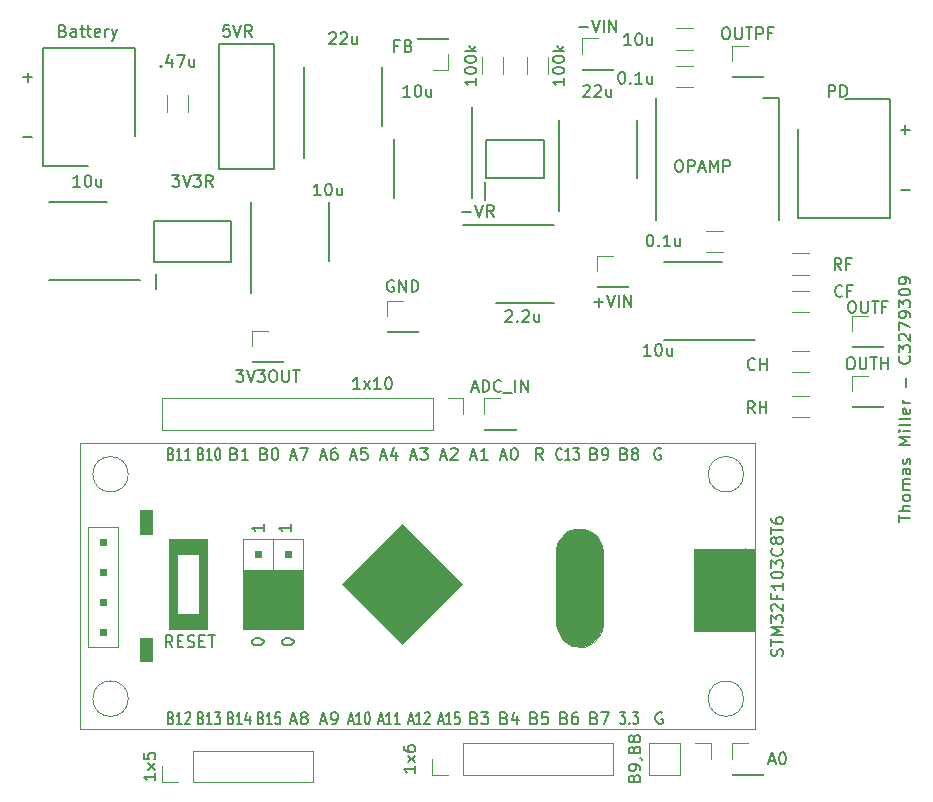
<source format=gbr>
G04 #@! TF.GenerationSoftware,KiCad,Pcbnew,(5.1.7)-1*
G04 #@! TF.CreationDate,2020-10-18T11:25:50+11:00*
G04 #@! TF.ProjectId,RX,52582e6b-6963-4616-945f-706362585858,rev?*
G04 #@! TF.SameCoordinates,Original*
G04 #@! TF.FileFunction,Legend,Top*
G04 #@! TF.FilePolarity,Positive*
%FSLAX46Y46*%
G04 Gerber Fmt 4.6, Leading zero omitted, Abs format (unit mm)*
G04 Created by KiCad (PCBNEW (5.1.7)-1) date 2020-10-18 11:25:50*
%MOMM*%
%LPD*%
G01*
G04 APERTURE LIST*
%ADD10C,0.150000*%
%ADD11C,0.200000*%
%ADD12C,0.120000*%
%ADD13C,0.152400*%
%ADD14C,0.100000*%
G04 APERTURE END LIST*
D10*
X98679047Y-44521428D02*
X99440952Y-44521428D01*
X99060000Y-44902380D02*
X99060000Y-44140476D01*
X98679047Y-49601428D02*
X99440952Y-49601428D01*
X172974047Y-54046428D02*
X173735952Y-54046428D01*
X172974047Y-48966428D02*
X173735952Y-48966428D01*
X173355000Y-49347380D02*
X173355000Y-48585476D01*
X172807380Y-82135952D02*
X172807380Y-81564523D01*
X173807380Y-81850238D02*
X172807380Y-81850238D01*
X173807380Y-81231190D02*
X172807380Y-81231190D01*
X173807380Y-80802619D02*
X173283571Y-80802619D01*
X173188333Y-80850238D01*
X173140714Y-80945476D01*
X173140714Y-81088333D01*
X173188333Y-81183571D01*
X173235952Y-81231190D01*
X173807380Y-80183571D02*
X173759761Y-80278809D01*
X173712142Y-80326428D01*
X173616904Y-80374047D01*
X173331190Y-80374047D01*
X173235952Y-80326428D01*
X173188333Y-80278809D01*
X173140714Y-80183571D01*
X173140714Y-80040714D01*
X173188333Y-79945476D01*
X173235952Y-79897857D01*
X173331190Y-79850238D01*
X173616904Y-79850238D01*
X173712142Y-79897857D01*
X173759761Y-79945476D01*
X173807380Y-80040714D01*
X173807380Y-80183571D01*
X173807380Y-79421666D02*
X173140714Y-79421666D01*
X173235952Y-79421666D02*
X173188333Y-79374047D01*
X173140714Y-79278809D01*
X173140714Y-79135952D01*
X173188333Y-79040714D01*
X173283571Y-78993095D01*
X173807380Y-78993095D01*
X173283571Y-78993095D02*
X173188333Y-78945476D01*
X173140714Y-78850238D01*
X173140714Y-78707380D01*
X173188333Y-78612142D01*
X173283571Y-78564523D01*
X173807380Y-78564523D01*
X173807380Y-77659761D02*
X173283571Y-77659761D01*
X173188333Y-77707380D01*
X173140714Y-77802619D01*
X173140714Y-77993095D01*
X173188333Y-78088333D01*
X173759761Y-77659761D02*
X173807380Y-77755000D01*
X173807380Y-77993095D01*
X173759761Y-78088333D01*
X173664523Y-78135952D01*
X173569285Y-78135952D01*
X173474047Y-78088333D01*
X173426428Y-77993095D01*
X173426428Y-77755000D01*
X173378809Y-77659761D01*
X173759761Y-77231190D02*
X173807380Y-77135952D01*
X173807380Y-76945476D01*
X173759761Y-76850238D01*
X173664523Y-76802619D01*
X173616904Y-76802619D01*
X173521666Y-76850238D01*
X173474047Y-76945476D01*
X173474047Y-77088333D01*
X173426428Y-77183571D01*
X173331190Y-77231190D01*
X173283571Y-77231190D01*
X173188333Y-77183571D01*
X173140714Y-77088333D01*
X173140714Y-76945476D01*
X173188333Y-76850238D01*
X173807380Y-75612142D02*
X172807380Y-75612142D01*
X173521666Y-75278809D01*
X172807380Y-74945476D01*
X173807380Y-74945476D01*
X173807380Y-74469285D02*
X173140714Y-74469285D01*
X172807380Y-74469285D02*
X172855000Y-74516904D01*
X172902619Y-74469285D01*
X172855000Y-74421666D01*
X172807380Y-74469285D01*
X172902619Y-74469285D01*
X173807380Y-73850238D02*
X173759761Y-73945476D01*
X173664523Y-73993095D01*
X172807380Y-73993095D01*
X173807380Y-73326428D02*
X173759761Y-73421666D01*
X173664523Y-73469285D01*
X172807380Y-73469285D01*
X173759761Y-72564523D02*
X173807380Y-72659761D01*
X173807380Y-72850238D01*
X173759761Y-72945476D01*
X173664523Y-72993095D01*
X173283571Y-72993095D01*
X173188333Y-72945476D01*
X173140714Y-72850238D01*
X173140714Y-72659761D01*
X173188333Y-72564523D01*
X173283571Y-72516904D01*
X173378809Y-72516904D01*
X173474047Y-72993095D01*
X173807380Y-72088333D02*
X173140714Y-72088333D01*
X173331190Y-72088333D02*
X173235952Y-72040714D01*
X173188333Y-71993095D01*
X173140714Y-71897857D01*
X173140714Y-71802619D01*
X173426428Y-70707380D02*
X173426428Y-69945476D01*
X173712142Y-68135952D02*
X173759761Y-68183571D01*
X173807380Y-68326428D01*
X173807380Y-68421666D01*
X173759761Y-68564523D01*
X173664523Y-68659761D01*
X173569285Y-68707380D01*
X173378809Y-68755000D01*
X173235952Y-68755000D01*
X173045476Y-68707380D01*
X172950238Y-68659761D01*
X172855000Y-68564523D01*
X172807380Y-68421666D01*
X172807380Y-68326428D01*
X172855000Y-68183571D01*
X172902619Y-68135952D01*
X172807380Y-67802619D02*
X172807380Y-67183571D01*
X173188333Y-67516904D01*
X173188333Y-67374047D01*
X173235952Y-67278809D01*
X173283571Y-67231190D01*
X173378809Y-67183571D01*
X173616904Y-67183571D01*
X173712142Y-67231190D01*
X173759761Y-67278809D01*
X173807380Y-67374047D01*
X173807380Y-67659761D01*
X173759761Y-67755000D01*
X173712142Y-67802619D01*
X172902619Y-66802619D02*
X172855000Y-66755000D01*
X172807380Y-66659761D01*
X172807380Y-66421666D01*
X172855000Y-66326428D01*
X172902619Y-66278809D01*
X172997857Y-66231190D01*
X173093095Y-66231190D01*
X173235952Y-66278809D01*
X173807380Y-66850238D01*
X173807380Y-66231190D01*
X172807380Y-65897857D02*
X172807380Y-65231190D01*
X173807380Y-65659761D01*
X173807380Y-64802619D02*
X173807380Y-64612142D01*
X173759761Y-64516904D01*
X173712142Y-64469285D01*
X173569285Y-64374047D01*
X173378809Y-64326428D01*
X172997857Y-64326428D01*
X172902619Y-64374047D01*
X172855000Y-64421666D01*
X172807380Y-64516904D01*
X172807380Y-64707380D01*
X172855000Y-64802619D01*
X172902619Y-64850238D01*
X172997857Y-64897857D01*
X173235952Y-64897857D01*
X173331190Y-64850238D01*
X173378809Y-64802619D01*
X173426428Y-64707380D01*
X173426428Y-64516904D01*
X173378809Y-64421666D01*
X173331190Y-64374047D01*
X173235952Y-64326428D01*
X172807380Y-63993095D02*
X172807380Y-63374047D01*
X173188333Y-63707380D01*
X173188333Y-63564523D01*
X173235952Y-63469285D01*
X173283571Y-63421666D01*
X173378809Y-63374047D01*
X173616904Y-63374047D01*
X173712142Y-63421666D01*
X173759761Y-63469285D01*
X173807380Y-63564523D01*
X173807380Y-63850238D01*
X173759761Y-63945476D01*
X173712142Y-63993095D01*
X172807380Y-62755000D02*
X172807380Y-62659761D01*
X172855000Y-62564523D01*
X172902619Y-62516904D01*
X172997857Y-62469285D01*
X173188333Y-62421666D01*
X173426428Y-62421666D01*
X173616904Y-62469285D01*
X173712142Y-62516904D01*
X173759761Y-62564523D01*
X173807380Y-62659761D01*
X173807380Y-62755000D01*
X173759761Y-62850238D01*
X173712142Y-62897857D01*
X173616904Y-62945476D01*
X173426428Y-62993095D01*
X173188333Y-62993095D01*
X172997857Y-62945476D01*
X172902619Y-62897857D01*
X172855000Y-62850238D01*
X172807380Y-62755000D01*
X173807380Y-61945476D02*
X173807380Y-61755000D01*
X173759761Y-61659761D01*
X173712142Y-61612142D01*
X173569285Y-61516904D01*
X173378809Y-61469285D01*
X172997857Y-61469285D01*
X172902619Y-61516904D01*
X172855000Y-61564523D01*
X172807380Y-61659761D01*
X172807380Y-61850238D01*
X172855000Y-61945476D01*
X172902619Y-61993095D01*
X172997857Y-62040714D01*
X173235952Y-62040714D01*
X173331190Y-61993095D01*
X173378809Y-61945476D01*
X173426428Y-61850238D01*
X173426428Y-61659761D01*
X173378809Y-61564523D01*
X173331190Y-61516904D01*
X173235952Y-61469285D01*
D11*
X164275000Y-48895000D02*
X164275000Y-56395000D01*
X164275000Y-56395000D02*
X172075000Y-56395000D01*
X172075000Y-56395000D02*
X172075000Y-46395000D01*
X172075000Y-46395000D02*
X168275000Y-46395000D01*
D12*
X123250000Y-104200000D02*
X123250000Y-101540000D01*
X113030000Y-104200000D02*
X123250000Y-104200000D01*
X113030000Y-101540000D02*
X123250000Y-101540000D01*
X113030000Y-104200000D02*
X113030000Y-101540000D01*
X111760000Y-104200000D02*
X110430000Y-104200000D01*
X110430000Y-104200000D02*
X110430000Y-102870000D01*
D13*
X119938800Y-41706800D02*
X115265200Y-41706800D01*
X119938800Y-52273200D02*
X119938800Y-41706800D01*
X115265200Y-52273200D02*
X119938800Y-52273200D01*
X115265200Y-41706800D02*
X115265200Y-52273200D01*
D12*
X159680000Y-97130000D02*
G75*
G03*
X159680000Y-97130000I-1500000J0D01*
G01*
X159680000Y-78130000D02*
G75*
G03*
X159680000Y-78130000I-1500000J0D01*
G01*
X107580000Y-97130000D02*
G75*
G03*
X107580000Y-97130000I-1500000J0D01*
G01*
X107580000Y-78130000D02*
G75*
G03*
X107580000Y-78130000I-1500000J0D01*
G01*
X160630000Y-75520000D02*
X160630000Y-99730000D01*
X103530000Y-99730000D02*
X103530000Y-75520000D01*
D14*
G36*
X109585000Y-91980000D02*
G01*
X108585000Y-91980000D01*
X108585000Y-93980000D01*
X109585000Y-93980000D01*
X109585000Y-91980000D01*
G37*
X109585000Y-91980000D02*
X108585000Y-91980000D01*
X108585000Y-93980000D01*
X109585000Y-93980000D01*
X109585000Y-91980000D01*
G36*
X108585000Y-81185000D02*
G01*
X108585000Y-83185000D01*
X109585000Y-83185000D01*
X109585000Y-81185000D01*
X108585000Y-81185000D01*
G37*
X108585000Y-81185000D02*
X108585000Y-83185000D01*
X109585000Y-83185000D01*
X109585000Y-81185000D01*
X108585000Y-81185000D01*
G36*
X117360000Y-91120000D02*
G01*
X117360000Y-86220000D01*
X122360000Y-86220000D01*
X122360000Y-91120000D01*
X117360000Y-91120000D01*
G37*
X117360000Y-91120000D02*
X117360000Y-86220000D01*
X122360000Y-86220000D01*
X122360000Y-91120000D01*
X117360000Y-91120000D01*
G36*
X143863640Y-91149400D02*
G01*
X144017310Y-91612950D01*
X144273850Y-91996490D01*
X144409740Y-92173020D01*
X144724700Y-92432100D01*
X144958380Y-92559100D01*
X145189520Y-92635300D01*
X145494320Y-92706420D01*
X145781340Y-92759760D01*
X146208060Y-92716580D01*
X146557945Y-92614345D01*
X146863380Y-92421940D01*
X147079280Y-92269540D01*
X147305340Y-92020620D01*
X147544100Y-91731060D01*
X147640620Y-91502460D01*
X147686340Y-91309420D01*
X147754920Y-90844600D01*
X147760000Y-84520000D01*
X147633000Y-83963740D01*
X147259620Y-83379540D01*
X146909100Y-83067120D01*
X146393480Y-82829630D01*
X146048040Y-82766130D01*
X145743240Y-82734380D01*
X145410500Y-82764860D01*
X145009180Y-82874080D01*
X144811060Y-82955360D01*
X144587540Y-83107760D01*
X144371640Y-83328740D01*
X144165900Y-83577660D01*
X143922060Y-84039940D01*
X143830620Y-84514920D01*
X143835700Y-90836980D01*
X143863640Y-91149400D01*
G37*
X143863640Y-91149400D02*
X144017310Y-91612950D01*
X144273850Y-91996490D01*
X144409740Y-92173020D01*
X144724700Y-92432100D01*
X144958380Y-92559100D01*
X145189520Y-92635300D01*
X145494320Y-92706420D01*
X145781340Y-92759760D01*
X146208060Y-92716580D01*
X146557945Y-92614345D01*
X146863380Y-92421940D01*
X147079280Y-92269540D01*
X147305340Y-92020620D01*
X147544100Y-91731060D01*
X147640620Y-91502460D01*
X147686340Y-91309420D01*
X147754920Y-90844600D01*
X147760000Y-84520000D01*
X147633000Y-83963740D01*
X147259620Y-83379540D01*
X146909100Y-83067120D01*
X146393480Y-82829630D01*
X146048040Y-82766130D01*
X145743240Y-82734380D01*
X145410500Y-82764860D01*
X145009180Y-82874080D01*
X144811060Y-82955360D01*
X144587540Y-83107760D01*
X144371640Y-83328740D01*
X144165900Y-83577660D01*
X143922060Y-84039940D01*
X143830620Y-84514920D01*
X143835700Y-90836980D01*
X143863640Y-91149400D01*
D12*
X146911060Y-91940380D02*
X146911060Y-85844380D01*
D14*
G36*
X105212060Y-84098380D02*
G01*
X105720060Y-84098380D01*
X105720060Y-83590380D01*
X105212060Y-83590380D01*
X105212060Y-84098380D01*
G37*
X105212060Y-84098380D02*
X105720060Y-84098380D01*
X105720060Y-83590380D01*
X105212060Y-83590380D01*
X105212060Y-84098380D01*
G36*
X105212060Y-86638380D02*
G01*
X105720060Y-86638380D01*
X105720060Y-86130380D01*
X105212060Y-86130380D01*
X105212060Y-86638380D01*
G37*
X105212060Y-86638380D02*
X105720060Y-86638380D01*
X105720060Y-86130380D01*
X105212060Y-86130380D01*
X105212060Y-86638380D01*
G36*
X105212060Y-89178380D02*
G01*
X105720060Y-89178380D01*
X105720060Y-88670380D01*
X105212060Y-88670380D01*
X105212060Y-89178380D01*
G37*
X105212060Y-89178380D02*
X105720060Y-89178380D01*
X105720060Y-88670380D01*
X105212060Y-88670380D01*
X105212060Y-89178380D01*
G36*
X105212060Y-91718380D02*
G01*
X105720060Y-91718380D01*
X105720060Y-91210380D01*
X105212060Y-91210380D01*
X105212060Y-91718380D01*
G37*
X105212060Y-91718380D02*
X105720060Y-91718380D01*
X105720060Y-91210380D01*
X105212060Y-91210380D01*
X105212060Y-91718380D01*
D12*
X104196060Y-82574380D02*
X104196060Y-92734380D01*
X106736060Y-82574380D02*
X104196060Y-82574380D01*
X106736060Y-92734380D02*
X106736060Y-82574380D01*
X104196060Y-92734380D02*
X106736060Y-92734380D01*
D14*
G36*
X118830380Y-85104940D02*
G01*
X118322380Y-85104940D01*
X118322380Y-84596940D01*
X118830380Y-84596940D01*
X118830380Y-85104940D01*
G37*
X118830380Y-85104940D02*
X118322380Y-85104940D01*
X118322380Y-84596940D01*
X118830380Y-84596940D01*
X118830380Y-85104940D01*
G36*
X121370380Y-85104940D02*
G01*
X121370380Y-84596940D01*
X120862380Y-84596940D01*
X120862380Y-85104940D01*
X121370380Y-85104940D01*
G37*
X121370380Y-85104940D02*
X121370380Y-84596940D01*
X120862380Y-84596940D01*
X120862380Y-85104940D01*
X121370380Y-85104940D01*
G36*
X118830380Y-87644940D02*
G01*
X118322380Y-87644940D01*
X118322380Y-87136940D01*
X118830380Y-87136940D01*
X118830380Y-87644940D01*
G37*
X118830380Y-87644940D02*
X118322380Y-87644940D01*
X118322380Y-87136940D01*
X118830380Y-87136940D01*
X118830380Y-87644940D01*
G36*
X121370380Y-87644940D02*
G01*
X120862380Y-87644940D01*
X120862380Y-87136940D01*
X121370380Y-87136940D01*
X121370380Y-87644940D01*
G37*
X121370380Y-87644940D02*
X120862380Y-87644940D01*
X120862380Y-87136940D01*
X121370380Y-87136940D01*
X121370380Y-87644940D01*
G36*
X118830380Y-90184940D02*
G01*
X118830380Y-89676940D01*
X118322380Y-89676940D01*
X118322380Y-90184940D01*
X118830380Y-90184940D01*
G37*
X118830380Y-90184940D02*
X118830380Y-89676940D01*
X118322380Y-89676940D01*
X118322380Y-90184940D01*
X118830380Y-90184940D01*
G36*
X121370380Y-90184940D02*
G01*
X120862380Y-90184940D01*
X120862380Y-89676940D01*
X121370380Y-89676940D01*
X121370380Y-90184940D01*
G37*
X121370380Y-90184940D02*
X120862380Y-90184940D01*
X120862380Y-89676940D01*
X121370380Y-89676940D01*
X121370380Y-90184940D01*
G36*
X111672380Y-89930940D02*
G01*
X111037380Y-89930940D01*
X111037380Y-84850940D01*
X111672380Y-84850940D01*
X111672380Y-89930940D01*
G37*
X111672380Y-89930940D02*
X111037380Y-89930940D01*
X111037380Y-84850940D01*
X111672380Y-84850940D01*
X111672380Y-89930940D01*
G36*
X114212380Y-89930940D02*
G01*
X113577380Y-89930940D01*
X113577380Y-84850940D01*
X114212380Y-84850940D01*
X114212380Y-89930940D01*
G37*
X114212380Y-89930940D02*
X113577380Y-89930940D01*
X113577380Y-84850940D01*
X114212380Y-84850940D01*
X114212380Y-89930940D01*
G36*
X114212380Y-84850940D02*
G01*
X111037380Y-84850940D01*
X111037380Y-83580940D01*
X114212380Y-83580940D01*
X114212380Y-84850940D01*
G37*
X114212380Y-84850940D02*
X111037380Y-84850940D01*
X111037380Y-83580940D01*
X114212380Y-83580940D01*
X114212380Y-84850940D01*
G36*
X114212380Y-91200940D02*
G01*
X111037380Y-91200940D01*
X111037380Y-89930940D01*
X114212380Y-89930940D01*
X114212380Y-91200940D01*
G37*
X114212380Y-91200940D02*
X111037380Y-91200940D01*
X111037380Y-89930940D01*
X114212380Y-89930940D01*
X114212380Y-91200940D01*
G36*
X125680000Y-87440000D02*
G01*
X130760000Y-92520000D01*
X135840000Y-87440000D01*
X130760000Y-82360000D01*
X125680000Y-87440000D01*
G37*
X125680000Y-87440000D02*
X130760000Y-92520000D01*
X135840000Y-87440000D01*
X130760000Y-82360000D01*
X125680000Y-87440000D01*
G36*
X155480000Y-91405000D02*
G01*
X160560000Y-91405000D01*
X160560000Y-84420000D01*
X155480000Y-84420000D01*
X155480000Y-91405000D01*
G37*
X155480000Y-91405000D02*
X160560000Y-91405000D01*
X160560000Y-84420000D01*
X155480000Y-84420000D01*
X155480000Y-91405000D01*
D12*
X119846380Y-91200940D02*
X119846380Y-83580940D01*
X117306380Y-91200940D02*
X122386380Y-91200940D01*
X117306380Y-83580940D02*
X117306380Y-91200940D01*
X122386380Y-83580940D02*
X117306380Y-83580940D01*
X122386380Y-91200940D02*
X122386380Y-83580940D01*
X113577380Y-84850940D02*
X113577380Y-89930940D01*
X112307380Y-84850940D02*
X113577380Y-84850940D01*
X113577380Y-89930940D02*
X112307380Y-89930940D01*
X114212380Y-83580940D02*
X114212380Y-91200940D01*
X111672380Y-83580940D02*
X114212380Y-83580940D01*
X111672380Y-91200940D02*
X111672380Y-83580940D01*
X114212380Y-91200940D02*
X111672380Y-91200940D01*
X159764060Y-91384880D02*
X159764060Y-84399880D01*
X160630000Y-99730000D02*
X103530000Y-99730000D01*
X103530000Y-75520000D02*
X160630000Y-75520000D01*
D11*
X108540000Y-61720000D02*
X100840000Y-61720000D01*
X105790000Y-55120000D02*
X100840000Y-55120000D01*
X129030000Y-48640000D02*
X129030000Y-43690000D01*
X122430000Y-51390000D02*
X122430000Y-43690000D01*
X124585000Y-60070000D02*
X124585000Y-55120000D01*
X117985000Y-62820000D02*
X117985000Y-55120000D01*
X109780000Y-60170000D02*
X109780000Y-56670000D01*
X109780000Y-56670000D02*
X116280000Y-56670000D01*
X116280000Y-56670000D02*
X116280000Y-60170000D01*
X116280000Y-60170000D02*
X109780000Y-60170000D01*
X109905000Y-62445000D02*
X109905000Y-61195000D01*
X108140000Y-49530000D02*
X108140000Y-42030000D01*
X108140000Y-42030000D02*
X100340000Y-42030000D01*
X100340000Y-42030000D02*
X100340000Y-52030000D01*
X100340000Y-52030000D02*
X104140000Y-52030000D01*
D12*
X137735000Y-74355000D02*
X140395000Y-74355000D01*
X137735000Y-74295000D02*
X137735000Y-74355000D01*
X140395000Y-74295000D02*
X140395000Y-74355000D01*
X137735000Y-74295000D02*
X140395000Y-74295000D01*
X137735000Y-73025000D02*
X137735000Y-71695000D01*
X137735000Y-71695000D02*
X139065000Y-71695000D01*
X158690000Y-100905000D02*
X160020000Y-100905000D01*
X158690000Y-102235000D02*
X158690000Y-100905000D01*
X158690000Y-103505000D02*
X161350000Y-103505000D01*
X161350000Y-103505000D02*
X161350000Y-103565000D01*
X158690000Y-103505000D02*
X158690000Y-103565000D01*
X158690000Y-103565000D02*
X161350000Y-103565000D01*
X133290000Y-103565000D02*
X133290000Y-102235000D01*
X134620000Y-103565000D02*
X133290000Y-103565000D01*
X135890000Y-103565000D02*
X135890000Y-100905000D01*
X135890000Y-100905000D02*
X148650000Y-100905000D01*
X135890000Y-103565000D02*
X148650000Y-103565000D01*
X148650000Y-103565000D02*
X148650000Y-100905000D01*
X135950000Y-71695000D02*
X135950000Y-73025000D01*
X134620000Y-71695000D02*
X135950000Y-71695000D01*
X133350000Y-71695000D02*
X133350000Y-74355000D01*
X133350000Y-74355000D02*
X110430000Y-74355000D01*
X133350000Y-71695000D02*
X110430000Y-71695000D01*
X110430000Y-71695000D02*
X110430000Y-74355000D01*
X156905000Y-100905000D02*
X156905000Y-102235000D01*
X155575000Y-100905000D02*
X156905000Y-100905000D01*
X154305000Y-100905000D02*
X154305000Y-103565000D01*
X154305000Y-103565000D02*
X151705000Y-103565000D01*
X154305000Y-100905000D02*
X151705000Y-100905000D01*
X151705000Y-100905000D02*
X151705000Y-103565000D01*
X168850000Y-69790000D02*
X170180000Y-69790000D01*
X168850000Y-71120000D02*
X168850000Y-69790000D01*
X168850000Y-72390000D02*
X171510000Y-72390000D01*
X171510000Y-72390000D02*
X171510000Y-72450000D01*
X168850000Y-72390000D02*
X168850000Y-72450000D01*
X168850000Y-72450000D02*
X171510000Y-72450000D01*
X129480000Y-66100000D02*
X132140000Y-66100000D01*
X129480000Y-66040000D02*
X129480000Y-66100000D01*
X132140000Y-66040000D02*
X132140000Y-66100000D01*
X129480000Y-66040000D02*
X132140000Y-66040000D01*
X129480000Y-64770000D02*
X129480000Y-63440000D01*
X129480000Y-63440000D02*
X130810000Y-63440000D01*
X168850000Y-67370000D02*
X171510000Y-67370000D01*
X168850000Y-67310000D02*
X168850000Y-67370000D01*
X171510000Y-67310000D02*
X171510000Y-67370000D01*
X168850000Y-67310000D02*
X171510000Y-67310000D01*
X168850000Y-66040000D02*
X168850000Y-64710000D01*
X168850000Y-64710000D02*
X170180000Y-64710000D01*
X147260000Y-62290000D02*
X149920000Y-62290000D01*
X147260000Y-62230000D02*
X147260000Y-62290000D01*
X149920000Y-62230000D02*
X149920000Y-62290000D01*
X147260000Y-62230000D02*
X149920000Y-62230000D01*
X147260000Y-60960000D02*
X147260000Y-59630000D01*
X147260000Y-59630000D02*
X148590000Y-59630000D01*
X145990000Y-41215000D02*
X147320000Y-41215000D01*
X145990000Y-42545000D02*
X145990000Y-41215000D01*
X145990000Y-43815000D02*
X148650000Y-43815000D01*
X148650000Y-43815000D02*
X148650000Y-43875000D01*
X145990000Y-43815000D02*
X145990000Y-43875000D01*
X145990000Y-43875000D02*
X148650000Y-43875000D01*
X110850000Y-47483752D02*
X110850000Y-46061248D01*
X112670000Y-47483752D02*
X112670000Y-46061248D01*
X157898752Y-57510000D02*
X156476248Y-57510000D01*
X157898752Y-59330000D02*
X156476248Y-59330000D01*
X155358752Y-45360000D02*
X153936248Y-45360000D01*
X155358752Y-43540000D02*
X153936248Y-43540000D01*
X137520000Y-44262064D02*
X137520000Y-42807936D01*
X139340000Y-44262064D02*
X139340000Y-42807936D01*
X141330000Y-42807936D02*
X141330000Y-44262064D01*
X143150000Y-42807936D02*
X143150000Y-44262064D01*
D11*
X136650000Y-47035000D02*
X136650000Y-54735000D01*
X130050000Y-49785000D02*
X130050000Y-54735000D01*
X157860000Y-60200000D02*
X152910000Y-60200000D01*
X160610000Y-66800000D02*
X152910000Y-66800000D01*
D12*
X155358752Y-40365000D02*
X153936248Y-40365000D01*
X155358752Y-42185000D02*
X153936248Y-42185000D01*
D11*
X138685000Y-63625000D02*
X143635000Y-63625000D01*
X135935000Y-57025000D02*
X143635000Y-57025000D01*
X144020000Y-55835000D02*
X144020000Y-48135000D01*
X150620000Y-53085000D02*
X150620000Y-48135000D01*
D12*
X118050000Y-68640000D02*
X120710000Y-68640000D01*
X118050000Y-68580000D02*
X118050000Y-68640000D01*
X120710000Y-68580000D02*
X120710000Y-68640000D01*
X118050000Y-68580000D02*
X120710000Y-68580000D01*
X118050000Y-67310000D02*
X118050000Y-65980000D01*
X118050000Y-65980000D02*
X119380000Y-65980000D01*
X165176252Y-64410000D02*
X163753748Y-64410000D01*
X165176252Y-62590000D02*
X163753748Y-62590000D01*
X165176252Y-67670000D02*
X163753748Y-67670000D01*
X165176252Y-69490000D02*
X163753748Y-69490000D01*
X134680000Y-43875000D02*
X133350000Y-43875000D01*
X134680000Y-42545000D02*
X134680000Y-43875000D01*
X134680000Y-41275000D02*
X132020000Y-41275000D01*
X132020000Y-41275000D02*
X132020000Y-41215000D01*
X134680000Y-41275000D02*
X134680000Y-41215000D01*
X134680000Y-41215000D02*
X132020000Y-41215000D01*
D11*
X137755000Y-54910000D02*
X137755000Y-53385000D01*
X142785000Y-53035000D02*
X137885000Y-53035000D01*
X142785000Y-49835000D02*
X142785000Y-53035000D01*
X137885000Y-49835000D02*
X142785000Y-49835000D01*
X137885000Y-53035000D02*
X137885000Y-49835000D01*
X152300000Y-46255000D02*
X152300000Y-56615000D01*
X162660000Y-56615000D02*
X162660000Y-46255000D01*
X162660000Y-46255000D02*
X161290000Y-46255000D01*
D12*
X158690000Y-41850000D02*
X160020000Y-41850000D01*
X158690000Y-43180000D02*
X158690000Y-41850000D01*
X158690000Y-44450000D02*
X161350000Y-44450000D01*
X161350000Y-44450000D02*
X161350000Y-44510000D01*
X158690000Y-44450000D02*
X158690000Y-44510000D01*
X158690000Y-44510000D02*
X161350000Y-44510000D01*
X165192064Y-59415000D02*
X163737936Y-59415000D01*
X165192064Y-61235000D02*
X163737936Y-61235000D01*
X165192064Y-73300000D02*
X163737936Y-73300000D01*
X165192064Y-71480000D02*
X163737936Y-71480000D01*
D10*
X166878095Y-46172380D02*
X166878095Y-45172380D01*
X167259047Y-45172380D01*
X167354285Y-45220000D01*
X167401904Y-45267619D01*
X167449523Y-45362857D01*
X167449523Y-45505714D01*
X167401904Y-45600952D01*
X167354285Y-45648571D01*
X167259047Y-45696190D01*
X166878095Y-45696190D01*
X167878095Y-46172380D02*
X167878095Y-45172380D01*
X168116190Y-45172380D01*
X168259047Y-45220000D01*
X168354285Y-45315238D01*
X168401904Y-45410476D01*
X168449523Y-45600952D01*
X168449523Y-45743809D01*
X168401904Y-45934285D01*
X168354285Y-46029523D01*
X168259047Y-46124761D01*
X168116190Y-46172380D01*
X167878095Y-46172380D01*
X109882380Y-103465238D02*
X109882380Y-104036666D01*
X109882380Y-103750952D02*
X108882380Y-103750952D01*
X109025238Y-103846190D01*
X109120476Y-103941428D01*
X109168095Y-104036666D01*
X109882380Y-103131904D02*
X109215714Y-102608095D01*
X109215714Y-103131904D02*
X109882380Y-102608095D01*
X108882380Y-101750952D02*
X108882380Y-102227142D01*
X109358571Y-102274761D01*
X109310952Y-102227142D01*
X109263333Y-102131904D01*
X109263333Y-101893809D01*
X109310952Y-101798571D01*
X109358571Y-101750952D01*
X109453809Y-101703333D01*
X109691904Y-101703333D01*
X109787142Y-101750952D01*
X109834761Y-101798571D01*
X109882380Y-101893809D01*
X109882380Y-102131904D01*
X109834761Y-102227142D01*
X109787142Y-102274761D01*
X116149523Y-40092380D02*
X115673333Y-40092380D01*
X115625714Y-40568571D01*
X115673333Y-40520952D01*
X115768571Y-40473333D01*
X116006666Y-40473333D01*
X116101904Y-40520952D01*
X116149523Y-40568571D01*
X116197142Y-40663809D01*
X116197142Y-40901904D01*
X116149523Y-40997142D01*
X116101904Y-41044761D01*
X116006666Y-41092380D01*
X115768571Y-41092380D01*
X115673333Y-41044761D01*
X115625714Y-40997142D01*
X116482857Y-40092380D02*
X116816190Y-41092380D01*
X117149523Y-40092380D01*
X118054285Y-41092380D02*
X117720952Y-40616190D01*
X117482857Y-41092380D02*
X117482857Y-40092380D01*
X117863809Y-40092380D01*
X117959047Y-40140000D01*
X118006666Y-40187619D01*
X118054285Y-40282857D01*
X118054285Y-40425714D01*
X118006666Y-40520952D01*
X117959047Y-40568571D01*
X117863809Y-40616190D01*
X117482857Y-40616190D01*
X162964761Y-93510952D02*
X163012380Y-93368095D01*
X163012380Y-93130000D01*
X162964761Y-93034761D01*
X162917142Y-92987142D01*
X162821904Y-92939523D01*
X162726666Y-92939523D01*
X162631428Y-92987142D01*
X162583809Y-93034761D01*
X162536190Y-93130000D01*
X162488571Y-93320476D01*
X162440952Y-93415714D01*
X162393333Y-93463333D01*
X162298095Y-93510952D01*
X162202857Y-93510952D01*
X162107619Y-93463333D01*
X162060000Y-93415714D01*
X162012380Y-93320476D01*
X162012380Y-93082380D01*
X162060000Y-92939523D01*
X162012380Y-92653809D02*
X162012380Y-92082380D01*
X163012380Y-92368095D02*
X162012380Y-92368095D01*
X163012380Y-91749047D02*
X162012380Y-91749047D01*
X162726666Y-91415714D01*
X162012380Y-91082380D01*
X163012380Y-91082380D01*
X162012380Y-90701428D02*
X162012380Y-90082380D01*
X162393333Y-90415714D01*
X162393333Y-90272857D01*
X162440952Y-90177619D01*
X162488571Y-90130000D01*
X162583809Y-90082380D01*
X162821904Y-90082380D01*
X162917142Y-90130000D01*
X162964761Y-90177619D01*
X163012380Y-90272857D01*
X163012380Y-90558571D01*
X162964761Y-90653809D01*
X162917142Y-90701428D01*
X162107619Y-89701428D02*
X162060000Y-89653809D01*
X162012380Y-89558571D01*
X162012380Y-89320476D01*
X162060000Y-89225238D01*
X162107619Y-89177619D01*
X162202857Y-89130000D01*
X162298095Y-89130000D01*
X162440952Y-89177619D01*
X163012380Y-89749047D01*
X163012380Y-89130000D01*
X162488571Y-88368095D02*
X162488571Y-88701428D01*
X163012380Y-88701428D02*
X162012380Y-88701428D01*
X162012380Y-88225238D01*
X163012380Y-87320476D02*
X163012380Y-87891904D01*
X163012380Y-87606190D02*
X162012380Y-87606190D01*
X162155238Y-87701428D01*
X162250476Y-87796666D01*
X162298095Y-87891904D01*
X162012380Y-86701428D02*
X162012380Y-86606190D01*
X162060000Y-86510952D01*
X162107619Y-86463333D01*
X162202857Y-86415714D01*
X162393333Y-86368095D01*
X162631428Y-86368095D01*
X162821904Y-86415714D01*
X162917142Y-86463333D01*
X162964761Y-86510952D01*
X163012380Y-86606190D01*
X163012380Y-86701428D01*
X162964761Y-86796666D01*
X162917142Y-86844285D01*
X162821904Y-86891904D01*
X162631428Y-86939523D01*
X162393333Y-86939523D01*
X162202857Y-86891904D01*
X162107619Y-86844285D01*
X162060000Y-86796666D01*
X162012380Y-86701428D01*
X162012380Y-86034761D02*
X162012380Y-85415714D01*
X162393333Y-85749047D01*
X162393333Y-85606190D01*
X162440952Y-85510952D01*
X162488571Y-85463333D01*
X162583809Y-85415714D01*
X162821904Y-85415714D01*
X162917142Y-85463333D01*
X162964761Y-85510952D01*
X163012380Y-85606190D01*
X163012380Y-85891904D01*
X162964761Y-85987142D01*
X162917142Y-86034761D01*
X162917142Y-84415714D02*
X162964761Y-84463333D01*
X163012380Y-84606190D01*
X163012380Y-84701428D01*
X162964761Y-84844285D01*
X162869523Y-84939523D01*
X162774285Y-84987142D01*
X162583809Y-85034761D01*
X162440952Y-85034761D01*
X162250476Y-84987142D01*
X162155238Y-84939523D01*
X162060000Y-84844285D01*
X162012380Y-84701428D01*
X162012380Y-84606190D01*
X162060000Y-84463333D01*
X162107619Y-84415714D01*
X162440952Y-83844285D02*
X162393333Y-83939523D01*
X162345714Y-83987142D01*
X162250476Y-84034761D01*
X162202857Y-84034761D01*
X162107619Y-83987142D01*
X162060000Y-83939523D01*
X162012380Y-83844285D01*
X162012380Y-83653809D01*
X162060000Y-83558571D01*
X162107619Y-83510952D01*
X162202857Y-83463333D01*
X162250476Y-83463333D01*
X162345714Y-83510952D01*
X162393333Y-83558571D01*
X162440952Y-83653809D01*
X162440952Y-83844285D01*
X162488571Y-83939523D01*
X162536190Y-83987142D01*
X162631428Y-84034761D01*
X162821904Y-84034761D01*
X162917142Y-83987142D01*
X162964761Y-83939523D01*
X163012380Y-83844285D01*
X163012380Y-83653809D01*
X162964761Y-83558571D01*
X162917142Y-83510952D01*
X162821904Y-83463333D01*
X162631428Y-83463333D01*
X162536190Y-83510952D01*
X162488571Y-83558571D01*
X162440952Y-83653809D01*
X162012380Y-83177619D02*
X162012380Y-82606190D01*
X163012380Y-82891904D02*
X162012380Y-82891904D01*
X162012380Y-81844285D02*
X162012380Y-82034761D01*
X162060000Y-82130000D01*
X162107619Y-82177619D01*
X162250476Y-82272857D01*
X162440952Y-82320476D01*
X162821904Y-82320476D01*
X162917142Y-82272857D01*
X162964761Y-82225238D01*
X163012380Y-82130000D01*
X163012380Y-81939523D01*
X162964761Y-81844285D01*
X162917142Y-81796666D01*
X162821904Y-81749047D01*
X162583809Y-81749047D01*
X162488571Y-81796666D01*
X162440952Y-81844285D01*
X162393333Y-81939523D01*
X162393333Y-82130000D01*
X162440952Y-82225238D01*
X162488571Y-82272857D01*
X162583809Y-82320476D01*
X152661904Y-75954000D02*
X152566666Y-75906380D01*
X152423809Y-75906380D01*
X152280952Y-75954000D01*
X152185714Y-76049238D01*
X152138095Y-76144476D01*
X152090476Y-76334952D01*
X152090476Y-76477809D01*
X152138095Y-76668285D01*
X152185714Y-76763523D01*
X152280952Y-76858761D01*
X152423809Y-76906380D01*
X152519047Y-76906380D01*
X152661904Y-76858761D01*
X152709523Y-76811142D01*
X152709523Y-76477809D01*
X152519047Y-76477809D01*
X142676523Y-76906380D02*
X142343190Y-76430190D01*
X142105095Y-76906380D02*
X142105095Y-75906380D01*
X142486047Y-75906380D01*
X142581285Y-75954000D01*
X142628904Y-76001619D01*
X142676523Y-76096857D01*
X142676523Y-76239714D01*
X142628904Y-76334952D01*
X142581285Y-76382571D01*
X142486047Y-76430190D01*
X142105095Y-76430190D01*
X111215714Y-76382571D02*
X111324571Y-76430190D01*
X111360857Y-76477809D01*
X111397142Y-76573047D01*
X111397142Y-76715904D01*
X111360857Y-76811142D01*
X111324571Y-76858761D01*
X111252000Y-76906380D01*
X110961714Y-76906380D01*
X110961714Y-75906380D01*
X111215714Y-75906380D01*
X111288285Y-75954000D01*
X111324571Y-76001619D01*
X111360857Y-76096857D01*
X111360857Y-76192095D01*
X111324571Y-76287333D01*
X111288285Y-76334952D01*
X111215714Y-76382571D01*
X110961714Y-76382571D01*
X112122857Y-76906380D02*
X111687428Y-76906380D01*
X111905142Y-76906380D02*
X111905142Y-75906380D01*
X111832571Y-76049238D01*
X111760000Y-76144476D01*
X111687428Y-76192095D01*
X112848571Y-76906380D02*
X112413142Y-76906380D01*
X112630857Y-76906380D02*
X112630857Y-75906380D01*
X112558285Y-76049238D01*
X112485714Y-76144476D01*
X112413142Y-76192095D01*
X113755714Y-76382571D02*
X113864571Y-76430190D01*
X113900857Y-76477809D01*
X113937142Y-76573047D01*
X113937142Y-76715904D01*
X113900857Y-76811142D01*
X113864571Y-76858761D01*
X113792000Y-76906380D01*
X113501714Y-76906380D01*
X113501714Y-75906380D01*
X113755714Y-75906380D01*
X113828285Y-75954000D01*
X113864571Y-76001619D01*
X113900857Y-76096857D01*
X113900857Y-76192095D01*
X113864571Y-76287333D01*
X113828285Y-76334952D01*
X113755714Y-76382571D01*
X113501714Y-76382571D01*
X114662857Y-76906380D02*
X114227428Y-76906380D01*
X114445142Y-76906380D02*
X114445142Y-75906380D01*
X114372571Y-76049238D01*
X114300000Y-76144476D01*
X114227428Y-76192095D01*
X115134571Y-75906380D02*
X115207142Y-75906380D01*
X115279714Y-75954000D01*
X115316000Y-76001619D01*
X115352285Y-76096857D01*
X115388571Y-76287333D01*
X115388571Y-76525428D01*
X115352285Y-76715904D01*
X115316000Y-76811142D01*
X115279714Y-76858761D01*
X115207142Y-76906380D01*
X115134571Y-76906380D01*
X115062000Y-76858761D01*
X115025714Y-76811142D01*
X114989428Y-76715904D01*
X114953142Y-76525428D01*
X114953142Y-76287333D01*
X114989428Y-76096857D01*
X115025714Y-76001619D01*
X115062000Y-75954000D01*
X115134571Y-75906380D01*
X116562238Y-76382571D02*
X116705095Y-76430190D01*
X116752714Y-76477809D01*
X116800333Y-76573047D01*
X116800333Y-76715904D01*
X116752714Y-76811142D01*
X116705095Y-76858761D01*
X116609857Y-76906380D01*
X116228904Y-76906380D01*
X116228904Y-75906380D01*
X116562238Y-75906380D01*
X116657476Y-75954000D01*
X116705095Y-76001619D01*
X116752714Y-76096857D01*
X116752714Y-76192095D01*
X116705095Y-76287333D01*
X116657476Y-76334952D01*
X116562238Y-76382571D01*
X116228904Y-76382571D01*
X117752714Y-76906380D02*
X117181285Y-76906380D01*
X117467000Y-76906380D02*
X117467000Y-75906380D01*
X117371761Y-76049238D01*
X117276523Y-76144476D01*
X117181285Y-76192095D01*
X119102238Y-76382571D02*
X119245095Y-76430190D01*
X119292714Y-76477809D01*
X119340333Y-76573047D01*
X119340333Y-76715904D01*
X119292714Y-76811142D01*
X119245095Y-76858761D01*
X119149857Y-76906380D01*
X118768904Y-76906380D01*
X118768904Y-75906380D01*
X119102238Y-75906380D01*
X119197476Y-75954000D01*
X119245095Y-76001619D01*
X119292714Y-76096857D01*
X119292714Y-76192095D01*
X119245095Y-76287333D01*
X119197476Y-76334952D01*
X119102238Y-76382571D01*
X118768904Y-76382571D01*
X119959380Y-75906380D02*
X120054619Y-75906380D01*
X120149857Y-75954000D01*
X120197476Y-76001619D01*
X120245095Y-76096857D01*
X120292714Y-76287333D01*
X120292714Y-76525428D01*
X120245095Y-76715904D01*
X120197476Y-76811142D01*
X120149857Y-76858761D01*
X120054619Y-76906380D01*
X119959380Y-76906380D01*
X119864142Y-76858761D01*
X119816523Y-76811142D01*
X119768904Y-76715904D01*
X119721285Y-76525428D01*
X119721285Y-76287333D01*
X119768904Y-76096857D01*
X119816523Y-76001619D01*
X119864142Y-75954000D01*
X119959380Y-75906380D01*
X121332714Y-76620666D02*
X121808904Y-76620666D01*
X121237476Y-76906380D02*
X121570809Y-75906380D01*
X121904142Y-76906380D01*
X122142238Y-75906380D02*
X122808904Y-75906380D01*
X122380333Y-76906380D01*
X123872714Y-76620666D02*
X124348904Y-76620666D01*
X123777476Y-76906380D02*
X124110809Y-75906380D01*
X124444142Y-76906380D01*
X125206047Y-75906380D02*
X125015571Y-75906380D01*
X124920333Y-75954000D01*
X124872714Y-76001619D01*
X124777476Y-76144476D01*
X124729857Y-76334952D01*
X124729857Y-76715904D01*
X124777476Y-76811142D01*
X124825095Y-76858761D01*
X124920333Y-76906380D01*
X125110809Y-76906380D01*
X125206047Y-76858761D01*
X125253666Y-76811142D01*
X125301285Y-76715904D01*
X125301285Y-76477809D01*
X125253666Y-76382571D01*
X125206047Y-76334952D01*
X125110809Y-76287333D01*
X124920333Y-76287333D01*
X124825095Y-76334952D01*
X124777476Y-76382571D01*
X124729857Y-76477809D01*
X126412714Y-76620666D02*
X126888904Y-76620666D01*
X126317476Y-76906380D02*
X126650809Y-75906380D01*
X126984142Y-76906380D01*
X127793666Y-75906380D02*
X127317476Y-75906380D01*
X127269857Y-76382571D01*
X127317476Y-76334952D01*
X127412714Y-76287333D01*
X127650809Y-76287333D01*
X127746047Y-76334952D01*
X127793666Y-76382571D01*
X127841285Y-76477809D01*
X127841285Y-76715904D01*
X127793666Y-76811142D01*
X127746047Y-76858761D01*
X127650809Y-76906380D01*
X127412714Y-76906380D01*
X127317476Y-76858761D01*
X127269857Y-76811142D01*
X128952714Y-76620666D02*
X129428904Y-76620666D01*
X128857476Y-76906380D02*
X129190809Y-75906380D01*
X129524142Y-76906380D01*
X130286047Y-76239714D02*
X130286047Y-76906380D01*
X130047952Y-75858761D02*
X129809857Y-76573047D01*
X130428904Y-76573047D01*
X131492714Y-76620666D02*
X131968904Y-76620666D01*
X131397476Y-76906380D02*
X131730809Y-75906380D01*
X132064142Y-76906380D01*
X132302238Y-75906380D02*
X132921285Y-75906380D01*
X132587952Y-76287333D01*
X132730809Y-76287333D01*
X132826047Y-76334952D01*
X132873666Y-76382571D01*
X132921285Y-76477809D01*
X132921285Y-76715904D01*
X132873666Y-76811142D01*
X132826047Y-76858761D01*
X132730809Y-76906380D01*
X132445095Y-76906380D01*
X132349857Y-76858761D01*
X132302238Y-76811142D01*
X134032714Y-76620666D02*
X134508904Y-76620666D01*
X133937476Y-76906380D02*
X134270809Y-75906380D01*
X134604142Y-76906380D01*
X134889857Y-76001619D02*
X134937476Y-75954000D01*
X135032714Y-75906380D01*
X135270809Y-75906380D01*
X135366047Y-75954000D01*
X135413666Y-76001619D01*
X135461285Y-76096857D01*
X135461285Y-76192095D01*
X135413666Y-76334952D01*
X134842238Y-76906380D01*
X135461285Y-76906380D01*
X136572714Y-76620666D02*
X137048904Y-76620666D01*
X136477476Y-76906380D02*
X136810809Y-75906380D01*
X137144142Y-76906380D01*
X138001285Y-76906380D02*
X137429857Y-76906380D01*
X137715571Y-76906380D02*
X137715571Y-75906380D01*
X137620333Y-76049238D01*
X137525095Y-76144476D01*
X137429857Y-76192095D01*
X139112714Y-76620666D02*
X139588904Y-76620666D01*
X139017476Y-76906380D02*
X139350809Y-75906380D01*
X139684142Y-76906380D01*
X140207952Y-75906380D02*
X140303190Y-75906380D01*
X140398428Y-75954000D01*
X140446047Y-76001619D01*
X140493666Y-76096857D01*
X140541285Y-76287333D01*
X140541285Y-76525428D01*
X140493666Y-76715904D01*
X140446047Y-76811142D01*
X140398428Y-76858761D01*
X140303190Y-76906380D01*
X140207952Y-76906380D01*
X140112714Y-76858761D01*
X140065095Y-76811142D01*
X140017476Y-76715904D01*
X139969857Y-76525428D01*
X139969857Y-76287333D01*
X140017476Y-76096857D01*
X140065095Y-76001619D01*
X140112714Y-75954000D01*
X140207952Y-75906380D01*
X144290142Y-76811142D02*
X144253857Y-76858761D01*
X144145000Y-76906380D01*
X144072428Y-76906380D01*
X143963571Y-76858761D01*
X143891000Y-76763523D01*
X143854714Y-76668285D01*
X143818428Y-76477809D01*
X143818428Y-76334952D01*
X143854714Y-76144476D01*
X143891000Y-76049238D01*
X143963571Y-75954000D01*
X144072428Y-75906380D01*
X144145000Y-75906380D01*
X144253857Y-75954000D01*
X144290142Y-76001619D01*
X145015857Y-76906380D02*
X144580428Y-76906380D01*
X144798142Y-76906380D02*
X144798142Y-75906380D01*
X144725571Y-76049238D01*
X144653000Y-76144476D01*
X144580428Y-76192095D01*
X145269857Y-75906380D02*
X145741571Y-75906380D01*
X145487571Y-76287333D01*
X145596428Y-76287333D01*
X145669000Y-76334952D01*
X145705285Y-76382571D01*
X145741571Y-76477809D01*
X145741571Y-76715904D01*
X145705285Y-76811142D01*
X145669000Y-76858761D01*
X145596428Y-76906380D01*
X145378714Y-76906380D01*
X145306142Y-76858761D01*
X145269857Y-76811142D01*
X111215714Y-98765571D02*
X111324571Y-98813190D01*
X111360857Y-98860809D01*
X111397142Y-98956047D01*
X111397142Y-99098904D01*
X111360857Y-99194142D01*
X111324571Y-99241761D01*
X111252000Y-99289380D01*
X110961714Y-99289380D01*
X110961714Y-98289380D01*
X111215714Y-98289380D01*
X111288285Y-98337000D01*
X111324571Y-98384619D01*
X111360857Y-98479857D01*
X111360857Y-98575095D01*
X111324571Y-98670333D01*
X111288285Y-98717952D01*
X111215714Y-98765571D01*
X110961714Y-98765571D01*
X112122857Y-99289380D02*
X111687428Y-99289380D01*
X111905142Y-99289380D02*
X111905142Y-98289380D01*
X111832571Y-98432238D01*
X111760000Y-98527476D01*
X111687428Y-98575095D01*
X112413142Y-98384619D02*
X112449428Y-98337000D01*
X112522000Y-98289380D01*
X112703428Y-98289380D01*
X112776000Y-98337000D01*
X112812285Y-98384619D01*
X112848571Y-98479857D01*
X112848571Y-98575095D01*
X112812285Y-98717952D01*
X112376857Y-99289380D01*
X112848571Y-99289380D01*
X113755714Y-98765571D02*
X113864571Y-98813190D01*
X113900857Y-98860809D01*
X113937142Y-98956047D01*
X113937142Y-99098904D01*
X113900857Y-99194142D01*
X113864571Y-99241761D01*
X113792000Y-99289380D01*
X113501714Y-99289380D01*
X113501714Y-98289380D01*
X113755714Y-98289380D01*
X113828285Y-98337000D01*
X113864571Y-98384619D01*
X113900857Y-98479857D01*
X113900857Y-98575095D01*
X113864571Y-98670333D01*
X113828285Y-98717952D01*
X113755714Y-98765571D01*
X113501714Y-98765571D01*
X114662857Y-99289380D02*
X114227428Y-99289380D01*
X114445142Y-99289380D02*
X114445142Y-98289380D01*
X114372571Y-98432238D01*
X114300000Y-98527476D01*
X114227428Y-98575095D01*
X114916857Y-98289380D02*
X115388571Y-98289380D01*
X115134571Y-98670333D01*
X115243428Y-98670333D01*
X115316000Y-98717952D01*
X115352285Y-98765571D01*
X115388571Y-98860809D01*
X115388571Y-99098904D01*
X115352285Y-99194142D01*
X115316000Y-99241761D01*
X115243428Y-99289380D01*
X115025714Y-99289380D01*
X114953142Y-99241761D01*
X114916857Y-99194142D01*
X116295714Y-98765571D02*
X116404571Y-98813190D01*
X116440857Y-98860809D01*
X116477142Y-98956047D01*
X116477142Y-99098904D01*
X116440857Y-99194142D01*
X116404571Y-99241761D01*
X116332000Y-99289380D01*
X116041714Y-99289380D01*
X116041714Y-98289380D01*
X116295714Y-98289380D01*
X116368285Y-98337000D01*
X116404571Y-98384619D01*
X116440857Y-98479857D01*
X116440857Y-98575095D01*
X116404571Y-98670333D01*
X116368285Y-98717952D01*
X116295714Y-98765571D01*
X116041714Y-98765571D01*
X117202857Y-99289380D02*
X116767428Y-99289380D01*
X116985142Y-99289380D02*
X116985142Y-98289380D01*
X116912571Y-98432238D01*
X116840000Y-98527476D01*
X116767428Y-98575095D01*
X117856000Y-98622714D02*
X117856000Y-99289380D01*
X117674571Y-98241761D02*
X117493142Y-98956047D01*
X117964857Y-98956047D01*
X118835714Y-98765571D02*
X118944571Y-98813190D01*
X118980857Y-98860809D01*
X119017142Y-98956047D01*
X119017142Y-99098904D01*
X118980857Y-99194142D01*
X118944571Y-99241761D01*
X118872000Y-99289380D01*
X118581714Y-99289380D01*
X118581714Y-98289380D01*
X118835714Y-98289380D01*
X118908285Y-98337000D01*
X118944571Y-98384619D01*
X118980857Y-98479857D01*
X118980857Y-98575095D01*
X118944571Y-98670333D01*
X118908285Y-98717952D01*
X118835714Y-98765571D01*
X118581714Y-98765571D01*
X119742857Y-99289380D02*
X119307428Y-99289380D01*
X119525142Y-99289380D02*
X119525142Y-98289380D01*
X119452571Y-98432238D01*
X119380000Y-98527476D01*
X119307428Y-98575095D01*
X120432285Y-98289380D02*
X120069428Y-98289380D01*
X120033142Y-98765571D01*
X120069428Y-98717952D01*
X120142000Y-98670333D01*
X120323428Y-98670333D01*
X120396000Y-98717952D01*
X120432285Y-98765571D01*
X120468571Y-98860809D01*
X120468571Y-99098904D01*
X120432285Y-99194142D01*
X120396000Y-99241761D01*
X120323428Y-99289380D01*
X120142000Y-99289380D01*
X120069428Y-99241761D01*
X120033142Y-99194142D01*
X121332714Y-99003666D02*
X121808904Y-99003666D01*
X121237476Y-99289380D02*
X121570809Y-98289380D01*
X121904142Y-99289380D01*
X122380333Y-98717952D02*
X122285095Y-98670333D01*
X122237476Y-98622714D01*
X122189857Y-98527476D01*
X122189857Y-98479857D01*
X122237476Y-98384619D01*
X122285095Y-98337000D01*
X122380333Y-98289380D01*
X122570809Y-98289380D01*
X122666047Y-98337000D01*
X122713666Y-98384619D01*
X122761285Y-98479857D01*
X122761285Y-98527476D01*
X122713666Y-98622714D01*
X122666047Y-98670333D01*
X122570809Y-98717952D01*
X122380333Y-98717952D01*
X122285095Y-98765571D01*
X122237476Y-98813190D01*
X122189857Y-98908428D01*
X122189857Y-99098904D01*
X122237476Y-99194142D01*
X122285095Y-99241761D01*
X122380333Y-99289380D01*
X122570809Y-99289380D01*
X122666047Y-99241761D01*
X122713666Y-99194142D01*
X122761285Y-99098904D01*
X122761285Y-98908428D01*
X122713666Y-98813190D01*
X122666047Y-98765571D01*
X122570809Y-98717952D01*
X123872714Y-99003666D02*
X124348904Y-99003666D01*
X123777476Y-99289380D02*
X124110809Y-98289380D01*
X124444142Y-99289380D01*
X124825095Y-99289380D02*
X125015571Y-99289380D01*
X125110809Y-99241761D01*
X125158428Y-99194142D01*
X125253666Y-99051285D01*
X125301285Y-98860809D01*
X125301285Y-98479857D01*
X125253666Y-98384619D01*
X125206047Y-98337000D01*
X125110809Y-98289380D01*
X124920333Y-98289380D01*
X124825095Y-98337000D01*
X124777476Y-98384619D01*
X124729857Y-98479857D01*
X124729857Y-98717952D01*
X124777476Y-98813190D01*
X124825095Y-98860809D01*
X124920333Y-98908428D01*
X125110809Y-98908428D01*
X125206047Y-98860809D01*
X125253666Y-98813190D01*
X125301285Y-98717952D01*
X126219857Y-99003666D02*
X126582714Y-99003666D01*
X126147285Y-99289380D02*
X126401285Y-98289380D01*
X126655285Y-99289380D01*
X127308428Y-99289380D02*
X126873000Y-99289380D01*
X127090714Y-99289380D02*
X127090714Y-98289380D01*
X127018142Y-98432238D01*
X126945571Y-98527476D01*
X126873000Y-98575095D01*
X127780142Y-98289380D02*
X127852714Y-98289380D01*
X127925285Y-98337000D01*
X127961571Y-98384619D01*
X127997857Y-98479857D01*
X128034142Y-98670333D01*
X128034142Y-98908428D01*
X127997857Y-99098904D01*
X127961571Y-99194142D01*
X127925285Y-99241761D01*
X127852714Y-99289380D01*
X127780142Y-99289380D01*
X127707571Y-99241761D01*
X127671285Y-99194142D01*
X127635000Y-99098904D01*
X127598714Y-98908428D01*
X127598714Y-98670333D01*
X127635000Y-98479857D01*
X127671285Y-98384619D01*
X127707571Y-98337000D01*
X127780142Y-98289380D01*
X128759857Y-99003666D02*
X129122714Y-99003666D01*
X128687285Y-99289380D02*
X128941285Y-98289380D01*
X129195285Y-99289380D01*
X129848428Y-99289380D02*
X129413000Y-99289380D01*
X129630714Y-99289380D02*
X129630714Y-98289380D01*
X129558142Y-98432238D01*
X129485571Y-98527476D01*
X129413000Y-98575095D01*
X130574142Y-99289380D02*
X130138714Y-99289380D01*
X130356428Y-99289380D02*
X130356428Y-98289380D01*
X130283857Y-98432238D01*
X130211285Y-98527476D01*
X130138714Y-98575095D01*
X131299857Y-99003666D02*
X131662714Y-99003666D01*
X131227285Y-99289380D02*
X131481285Y-98289380D01*
X131735285Y-99289380D01*
X132388428Y-99289380D02*
X131953000Y-99289380D01*
X132170714Y-99289380D02*
X132170714Y-98289380D01*
X132098142Y-98432238D01*
X132025571Y-98527476D01*
X131953000Y-98575095D01*
X132678714Y-98384619D02*
X132715000Y-98337000D01*
X132787571Y-98289380D01*
X132969000Y-98289380D01*
X133041571Y-98337000D01*
X133077857Y-98384619D01*
X133114142Y-98479857D01*
X133114142Y-98575095D01*
X133077857Y-98717952D01*
X132642428Y-99289380D01*
X133114142Y-99289380D01*
X133839857Y-99003666D02*
X134202714Y-99003666D01*
X133767285Y-99289380D02*
X134021285Y-98289380D01*
X134275285Y-99289380D01*
X134928428Y-99289380D02*
X134493000Y-99289380D01*
X134710714Y-99289380D02*
X134710714Y-98289380D01*
X134638142Y-98432238D01*
X134565571Y-98527476D01*
X134493000Y-98575095D01*
X135617857Y-98289380D02*
X135255000Y-98289380D01*
X135218714Y-98765571D01*
X135255000Y-98717952D01*
X135327571Y-98670333D01*
X135509000Y-98670333D01*
X135581571Y-98717952D01*
X135617857Y-98765571D01*
X135654142Y-98860809D01*
X135654142Y-99098904D01*
X135617857Y-99194142D01*
X135581571Y-99241761D01*
X135509000Y-99289380D01*
X135327571Y-99289380D01*
X135255000Y-99241761D01*
X135218714Y-99194142D01*
X136882238Y-98765571D02*
X137025095Y-98813190D01*
X137072714Y-98860809D01*
X137120333Y-98956047D01*
X137120333Y-99098904D01*
X137072714Y-99194142D01*
X137025095Y-99241761D01*
X136929857Y-99289380D01*
X136548904Y-99289380D01*
X136548904Y-98289380D01*
X136882238Y-98289380D01*
X136977476Y-98337000D01*
X137025095Y-98384619D01*
X137072714Y-98479857D01*
X137072714Y-98575095D01*
X137025095Y-98670333D01*
X136977476Y-98717952D01*
X136882238Y-98765571D01*
X136548904Y-98765571D01*
X137453666Y-98289380D02*
X138072714Y-98289380D01*
X137739380Y-98670333D01*
X137882238Y-98670333D01*
X137977476Y-98717952D01*
X138025095Y-98765571D01*
X138072714Y-98860809D01*
X138072714Y-99098904D01*
X138025095Y-99194142D01*
X137977476Y-99241761D01*
X137882238Y-99289380D01*
X137596523Y-99289380D01*
X137501285Y-99241761D01*
X137453666Y-99194142D01*
X139422238Y-98765571D02*
X139565095Y-98813190D01*
X139612714Y-98860809D01*
X139660333Y-98956047D01*
X139660333Y-99098904D01*
X139612714Y-99194142D01*
X139565095Y-99241761D01*
X139469857Y-99289380D01*
X139088904Y-99289380D01*
X139088904Y-98289380D01*
X139422238Y-98289380D01*
X139517476Y-98337000D01*
X139565095Y-98384619D01*
X139612714Y-98479857D01*
X139612714Y-98575095D01*
X139565095Y-98670333D01*
X139517476Y-98717952D01*
X139422238Y-98765571D01*
X139088904Y-98765571D01*
X140517476Y-98622714D02*
X140517476Y-99289380D01*
X140279380Y-98241761D02*
X140041285Y-98956047D01*
X140660333Y-98956047D01*
X141962238Y-98765571D02*
X142105095Y-98813190D01*
X142152714Y-98860809D01*
X142200333Y-98956047D01*
X142200333Y-99098904D01*
X142152714Y-99194142D01*
X142105095Y-99241761D01*
X142009857Y-99289380D01*
X141628904Y-99289380D01*
X141628904Y-98289380D01*
X141962238Y-98289380D01*
X142057476Y-98337000D01*
X142105095Y-98384619D01*
X142152714Y-98479857D01*
X142152714Y-98575095D01*
X142105095Y-98670333D01*
X142057476Y-98717952D01*
X141962238Y-98765571D01*
X141628904Y-98765571D01*
X143105095Y-98289380D02*
X142628904Y-98289380D01*
X142581285Y-98765571D01*
X142628904Y-98717952D01*
X142724142Y-98670333D01*
X142962238Y-98670333D01*
X143057476Y-98717952D01*
X143105095Y-98765571D01*
X143152714Y-98860809D01*
X143152714Y-99098904D01*
X143105095Y-99194142D01*
X143057476Y-99241761D01*
X142962238Y-99289380D01*
X142724142Y-99289380D01*
X142628904Y-99241761D01*
X142581285Y-99194142D01*
X144502238Y-98765571D02*
X144645095Y-98813190D01*
X144692714Y-98860809D01*
X144740333Y-98956047D01*
X144740333Y-99098904D01*
X144692714Y-99194142D01*
X144645095Y-99241761D01*
X144549857Y-99289380D01*
X144168904Y-99289380D01*
X144168904Y-98289380D01*
X144502238Y-98289380D01*
X144597476Y-98337000D01*
X144645095Y-98384619D01*
X144692714Y-98479857D01*
X144692714Y-98575095D01*
X144645095Y-98670333D01*
X144597476Y-98717952D01*
X144502238Y-98765571D01*
X144168904Y-98765571D01*
X145597476Y-98289380D02*
X145407000Y-98289380D01*
X145311761Y-98337000D01*
X145264142Y-98384619D01*
X145168904Y-98527476D01*
X145121285Y-98717952D01*
X145121285Y-99098904D01*
X145168904Y-99194142D01*
X145216523Y-99241761D01*
X145311761Y-99289380D01*
X145502238Y-99289380D01*
X145597476Y-99241761D01*
X145645095Y-99194142D01*
X145692714Y-99098904D01*
X145692714Y-98860809D01*
X145645095Y-98765571D01*
X145597476Y-98717952D01*
X145502238Y-98670333D01*
X145311761Y-98670333D01*
X145216523Y-98717952D01*
X145168904Y-98765571D01*
X145121285Y-98860809D01*
X147042238Y-98765571D02*
X147185095Y-98813190D01*
X147232714Y-98860809D01*
X147280333Y-98956047D01*
X147280333Y-99098904D01*
X147232714Y-99194142D01*
X147185095Y-99241761D01*
X147089857Y-99289380D01*
X146708904Y-99289380D01*
X146708904Y-98289380D01*
X147042238Y-98289380D01*
X147137476Y-98337000D01*
X147185095Y-98384619D01*
X147232714Y-98479857D01*
X147232714Y-98575095D01*
X147185095Y-98670333D01*
X147137476Y-98717952D01*
X147042238Y-98765571D01*
X146708904Y-98765571D01*
X147613666Y-98289380D02*
X148280333Y-98289380D01*
X147851761Y-99289380D01*
X149582238Y-76382571D02*
X149725095Y-76430190D01*
X149772714Y-76477809D01*
X149820333Y-76573047D01*
X149820333Y-76715904D01*
X149772714Y-76811142D01*
X149725095Y-76858761D01*
X149629857Y-76906380D01*
X149248904Y-76906380D01*
X149248904Y-75906380D01*
X149582238Y-75906380D01*
X149677476Y-75954000D01*
X149725095Y-76001619D01*
X149772714Y-76096857D01*
X149772714Y-76192095D01*
X149725095Y-76287333D01*
X149677476Y-76334952D01*
X149582238Y-76382571D01*
X149248904Y-76382571D01*
X150391761Y-76334952D02*
X150296523Y-76287333D01*
X150248904Y-76239714D01*
X150201285Y-76144476D01*
X150201285Y-76096857D01*
X150248904Y-76001619D01*
X150296523Y-75954000D01*
X150391761Y-75906380D01*
X150582238Y-75906380D01*
X150677476Y-75954000D01*
X150725095Y-76001619D01*
X150772714Y-76096857D01*
X150772714Y-76144476D01*
X150725095Y-76239714D01*
X150677476Y-76287333D01*
X150582238Y-76334952D01*
X150391761Y-76334952D01*
X150296523Y-76382571D01*
X150248904Y-76430190D01*
X150201285Y-76525428D01*
X150201285Y-76715904D01*
X150248904Y-76811142D01*
X150296523Y-76858761D01*
X150391761Y-76906380D01*
X150582238Y-76906380D01*
X150677476Y-76858761D01*
X150725095Y-76811142D01*
X150772714Y-76715904D01*
X150772714Y-76525428D01*
X150725095Y-76430190D01*
X150677476Y-76382571D01*
X150582238Y-76334952D01*
X147042238Y-76382571D02*
X147185095Y-76430190D01*
X147232714Y-76477809D01*
X147280333Y-76573047D01*
X147280333Y-76715904D01*
X147232714Y-76811142D01*
X147185095Y-76858761D01*
X147089857Y-76906380D01*
X146708904Y-76906380D01*
X146708904Y-75906380D01*
X147042238Y-75906380D01*
X147137476Y-75954000D01*
X147185095Y-76001619D01*
X147232714Y-76096857D01*
X147232714Y-76192095D01*
X147185095Y-76287333D01*
X147137476Y-76334952D01*
X147042238Y-76382571D01*
X146708904Y-76382571D01*
X147756523Y-76906380D02*
X147947000Y-76906380D01*
X148042238Y-76858761D01*
X148089857Y-76811142D01*
X148185095Y-76668285D01*
X148232714Y-76477809D01*
X148232714Y-76096857D01*
X148185095Y-76001619D01*
X148137476Y-75954000D01*
X148042238Y-75906380D01*
X147851761Y-75906380D01*
X147756523Y-75954000D01*
X147708904Y-76001619D01*
X147661285Y-76096857D01*
X147661285Y-76334952D01*
X147708904Y-76430190D01*
X147756523Y-76477809D01*
X147851761Y-76525428D01*
X148042238Y-76525428D01*
X148137476Y-76477809D01*
X148185095Y-76430190D01*
X148232714Y-76334952D01*
X149188714Y-98258380D02*
X149660428Y-98258380D01*
X149406428Y-98639333D01*
X149515285Y-98639333D01*
X149587857Y-98686952D01*
X149624142Y-98734571D01*
X149660428Y-98829809D01*
X149660428Y-99067904D01*
X149624142Y-99163142D01*
X149587857Y-99210761D01*
X149515285Y-99258380D01*
X149297571Y-99258380D01*
X149225000Y-99210761D01*
X149188714Y-99163142D01*
X149987000Y-99163142D02*
X150023285Y-99210761D01*
X149987000Y-99258380D01*
X149950714Y-99210761D01*
X149987000Y-99163142D01*
X149987000Y-99258380D01*
X150277285Y-98258380D02*
X150749000Y-98258380D01*
X150495000Y-98639333D01*
X150603857Y-98639333D01*
X150676428Y-98686952D01*
X150712714Y-98734571D01*
X150749000Y-98829809D01*
X150749000Y-99067904D01*
X150712714Y-99163142D01*
X150676428Y-99210761D01*
X150603857Y-99258380D01*
X150386142Y-99258380D01*
X150313571Y-99210761D01*
X150277285Y-99163142D01*
X152788904Y-98306000D02*
X152693666Y-98258380D01*
X152550809Y-98258380D01*
X152407952Y-98306000D01*
X152312714Y-98401238D01*
X152265095Y-98496476D01*
X152217476Y-98686952D01*
X152217476Y-98829809D01*
X152265095Y-99020285D01*
X152312714Y-99115523D01*
X152407952Y-99210761D01*
X152550809Y-99258380D01*
X152646047Y-99258380D01*
X152788904Y-99210761D01*
X152836523Y-99163142D01*
X152836523Y-98829809D01*
X152646047Y-98829809D01*
X118036380Y-92363619D02*
X118036380Y-92268380D01*
X118084000Y-92173142D01*
X118131619Y-92125523D01*
X118226857Y-92077904D01*
X118417333Y-92030285D01*
X118655428Y-92030285D01*
X118845904Y-92077904D01*
X118941142Y-92125523D01*
X118988761Y-92173142D01*
X119036380Y-92268380D01*
X119036380Y-92363619D01*
X118988761Y-92458857D01*
X118941142Y-92506476D01*
X118845904Y-92554095D01*
X118655428Y-92601714D01*
X118417333Y-92601714D01*
X118226857Y-92554095D01*
X118131619Y-92506476D01*
X118084000Y-92458857D01*
X118036380Y-92363619D01*
X120576380Y-92363619D02*
X120576380Y-92268380D01*
X120624000Y-92173142D01*
X120671619Y-92125523D01*
X120766857Y-92077904D01*
X120957333Y-92030285D01*
X121195428Y-92030285D01*
X121385904Y-92077904D01*
X121481142Y-92125523D01*
X121528761Y-92173142D01*
X121576380Y-92268380D01*
X121576380Y-92363619D01*
X121528761Y-92458857D01*
X121481142Y-92506476D01*
X121385904Y-92554095D01*
X121195428Y-92601714D01*
X120957333Y-92601714D01*
X120766857Y-92554095D01*
X120671619Y-92506476D01*
X120624000Y-92458857D01*
X120576380Y-92363619D01*
X119036380Y-82378285D02*
X119036380Y-82949714D01*
X119036380Y-82664000D02*
X118036380Y-82664000D01*
X118179238Y-82759238D01*
X118274476Y-82854476D01*
X118322095Y-82949714D01*
X121322380Y-82378285D02*
X121322380Y-82949714D01*
X121322380Y-82664000D02*
X120322380Y-82664000D01*
X120465238Y-82759238D01*
X120560476Y-82854476D01*
X120608095Y-82949714D01*
X111323619Y-92781380D02*
X110990285Y-92305190D01*
X110752190Y-92781380D02*
X110752190Y-91781380D01*
X111133142Y-91781380D01*
X111228380Y-91829000D01*
X111276000Y-91876619D01*
X111323619Y-91971857D01*
X111323619Y-92114714D01*
X111276000Y-92209952D01*
X111228380Y-92257571D01*
X111133142Y-92305190D01*
X110752190Y-92305190D01*
X111752190Y-92257571D02*
X112085523Y-92257571D01*
X112228380Y-92781380D02*
X111752190Y-92781380D01*
X111752190Y-91781380D01*
X112228380Y-91781380D01*
X112609333Y-92733761D02*
X112752190Y-92781380D01*
X112990285Y-92781380D01*
X113085523Y-92733761D01*
X113133142Y-92686142D01*
X113180761Y-92590904D01*
X113180761Y-92495666D01*
X113133142Y-92400428D01*
X113085523Y-92352809D01*
X112990285Y-92305190D01*
X112799809Y-92257571D01*
X112704571Y-92209952D01*
X112656952Y-92162333D01*
X112609333Y-92067095D01*
X112609333Y-91971857D01*
X112656952Y-91876619D01*
X112704571Y-91829000D01*
X112799809Y-91781380D01*
X113037904Y-91781380D01*
X113180761Y-91829000D01*
X113609333Y-92257571D02*
X113942666Y-92257571D01*
X114085523Y-92781380D02*
X113609333Y-92781380D01*
X113609333Y-91781380D01*
X114085523Y-91781380D01*
X114371238Y-91781380D02*
X114942666Y-91781380D01*
X114656952Y-92781380D02*
X114656952Y-91781380D01*
X103497142Y-53792380D02*
X102925714Y-53792380D01*
X103211428Y-53792380D02*
X103211428Y-52792380D01*
X103116190Y-52935238D01*
X103020952Y-53030476D01*
X102925714Y-53078095D01*
X104116190Y-52792380D02*
X104211428Y-52792380D01*
X104306666Y-52840000D01*
X104354285Y-52887619D01*
X104401904Y-52982857D01*
X104449523Y-53173333D01*
X104449523Y-53411428D01*
X104401904Y-53601904D01*
X104354285Y-53697142D01*
X104306666Y-53744761D01*
X104211428Y-53792380D01*
X104116190Y-53792380D01*
X104020952Y-53744761D01*
X103973333Y-53697142D01*
X103925714Y-53601904D01*
X103878095Y-53411428D01*
X103878095Y-53173333D01*
X103925714Y-52982857D01*
X103973333Y-52887619D01*
X104020952Y-52840000D01*
X104116190Y-52792380D01*
X105306666Y-53125714D02*
X105306666Y-53792380D01*
X104878095Y-53125714D02*
X104878095Y-53649523D01*
X104925714Y-53744761D01*
X105020952Y-53792380D01*
X105163809Y-53792380D01*
X105259047Y-53744761D01*
X105306666Y-53697142D01*
X124605714Y-40817619D02*
X124653333Y-40770000D01*
X124748571Y-40722380D01*
X124986666Y-40722380D01*
X125081904Y-40770000D01*
X125129523Y-40817619D01*
X125177142Y-40912857D01*
X125177142Y-41008095D01*
X125129523Y-41150952D01*
X124558095Y-41722380D01*
X125177142Y-41722380D01*
X125558095Y-40817619D02*
X125605714Y-40770000D01*
X125700952Y-40722380D01*
X125939047Y-40722380D01*
X126034285Y-40770000D01*
X126081904Y-40817619D01*
X126129523Y-40912857D01*
X126129523Y-41008095D01*
X126081904Y-41150952D01*
X125510476Y-41722380D01*
X126129523Y-41722380D01*
X126986666Y-41055714D02*
X126986666Y-41722380D01*
X126558095Y-41055714D02*
X126558095Y-41579523D01*
X126605714Y-41674761D01*
X126700952Y-41722380D01*
X126843809Y-41722380D01*
X126939047Y-41674761D01*
X126986666Y-41627142D01*
X123877142Y-54522380D02*
X123305714Y-54522380D01*
X123591428Y-54522380D02*
X123591428Y-53522380D01*
X123496190Y-53665238D01*
X123400952Y-53760476D01*
X123305714Y-53808095D01*
X124496190Y-53522380D02*
X124591428Y-53522380D01*
X124686666Y-53570000D01*
X124734285Y-53617619D01*
X124781904Y-53712857D01*
X124829523Y-53903333D01*
X124829523Y-54141428D01*
X124781904Y-54331904D01*
X124734285Y-54427142D01*
X124686666Y-54474761D01*
X124591428Y-54522380D01*
X124496190Y-54522380D01*
X124400952Y-54474761D01*
X124353333Y-54427142D01*
X124305714Y-54331904D01*
X124258095Y-54141428D01*
X124258095Y-53903333D01*
X124305714Y-53712857D01*
X124353333Y-53617619D01*
X124400952Y-53570000D01*
X124496190Y-53522380D01*
X125686666Y-53855714D02*
X125686666Y-54522380D01*
X125258095Y-53855714D02*
X125258095Y-54379523D01*
X125305714Y-54474761D01*
X125400952Y-54522380D01*
X125543809Y-54522380D01*
X125639047Y-54474761D01*
X125686666Y-54427142D01*
X111291904Y-52792380D02*
X111910952Y-52792380D01*
X111577619Y-53173333D01*
X111720476Y-53173333D01*
X111815714Y-53220952D01*
X111863333Y-53268571D01*
X111910952Y-53363809D01*
X111910952Y-53601904D01*
X111863333Y-53697142D01*
X111815714Y-53744761D01*
X111720476Y-53792380D01*
X111434761Y-53792380D01*
X111339523Y-53744761D01*
X111291904Y-53697142D01*
X112196666Y-52792380D02*
X112530000Y-53792380D01*
X112863333Y-52792380D01*
X113101428Y-52792380D02*
X113720476Y-52792380D01*
X113387142Y-53173333D01*
X113530000Y-53173333D01*
X113625238Y-53220952D01*
X113672857Y-53268571D01*
X113720476Y-53363809D01*
X113720476Y-53601904D01*
X113672857Y-53697142D01*
X113625238Y-53744761D01*
X113530000Y-53792380D01*
X113244285Y-53792380D01*
X113149047Y-53744761D01*
X113101428Y-53697142D01*
X114720476Y-53792380D02*
X114387142Y-53316190D01*
X114149047Y-53792380D02*
X114149047Y-52792380D01*
X114530000Y-52792380D01*
X114625238Y-52840000D01*
X114672857Y-52887619D01*
X114720476Y-52982857D01*
X114720476Y-53125714D01*
X114672857Y-53220952D01*
X114625238Y-53268571D01*
X114530000Y-53316190D01*
X114149047Y-53316190D01*
X102068571Y-40568571D02*
X102211428Y-40616190D01*
X102259047Y-40663809D01*
X102306666Y-40759047D01*
X102306666Y-40901904D01*
X102259047Y-40997142D01*
X102211428Y-41044761D01*
X102116190Y-41092380D01*
X101735238Y-41092380D01*
X101735238Y-40092380D01*
X102068571Y-40092380D01*
X102163809Y-40140000D01*
X102211428Y-40187619D01*
X102259047Y-40282857D01*
X102259047Y-40378095D01*
X102211428Y-40473333D01*
X102163809Y-40520952D01*
X102068571Y-40568571D01*
X101735238Y-40568571D01*
X103163809Y-41092380D02*
X103163809Y-40568571D01*
X103116190Y-40473333D01*
X103020952Y-40425714D01*
X102830476Y-40425714D01*
X102735238Y-40473333D01*
X103163809Y-41044761D02*
X103068571Y-41092380D01*
X102830476Y-41092380D01*
X102735238Y-41044761D01*
X102687619Y-40949523D01*
X102687619Y-40854285D01*
X102735238Y-40759047D01*
X102830476Y-40711428D01*
X103068571Y-40711428D01*
X103163809Y-40663809D01*
X103497142Y-40425714D02*
X103878095Y-40425714D01*
X103640000Y-40092380D02*
X103640000Y-40949523D01*
X103687619Y-41044761D01*
X103782857Y-41092380D01*
X103878095Y-41092380D01*
X104068571Y-40425714D02*
X104449523Y-40425714D01*
X104211428Y-40092380D02*
X104211428Y-40949523D01*
X104259047Y-41044761D01*
X104354285Y-41092380D01*
X104449523Y-41092380D01*
X105163809Y-41044761D02*
X105068571Y-41092380D01*
X104878095Y-41092380D01*
X104782857Y-41044761D01*
X104735238Y-40949523D01*
X104735238Y-40568571D01*
X104782857Y-40473333D01*
X104878095Y-40425714D01*
X105068571Y-40425714D01*
X105163809Y-40473333D01*
X105211428Y-40568571D01*
X105211428Y-40663809D01*
X104735238Y-40759047D01*
X105640000Y-41092380D02*
X105640000Y-40425714D01*
X105640000Y-40616190D02*
X105687619Y-40520952D01*
X105735238Y-40473333D01*
X105830476Y-40425714D01*
X105925714Y-40425714D01*
X106163809Y-40425714D02*
X106401904Y-41092380D01*
X106640000Y-40425714D02*
X106401904Y-41092380D01*
X106306666Y-41330476D01*
X106259047Y-41378095D01*
X106163809Y-41425714D01*
X136684047Y-70861666D02*
X137160238Y-70861666D01*
X136588809Y-71147380D02*
X136922142Y-70147380D01*
X137255476Y-71147380D01*
X137588809Y-71147380D02*
X137588809Y-70147380D01*
X137826904Y-70147380D01*
X137969761Y-70195000D01*
X138065000Y-70290238D01*
X138112619Y-70385476D01*
X138160238Y-70575952D01*
X138160238Y-70718809D01*
X138112619Y-70909285D01*
X138065000Y-71004523D01*
X137969761Y-71099761D01*
X137826904Y-71147380D01*
X137588809Y-71147380D01*
X139160238Y-71052142D02*
X139112619Y-71099761D01*
X138969761Y-71147380D01*
X138874523Y-71147380D01*
X138731666Y-71099761D01*
X138636428Y-71004523D01*
X138588809Y-70909285D01*
X138541190Y-70718809D01*
X138541190Y-70575952D01*
X138588809Y-70385476D01*
X138636428Y-70290238D01*
X138731666Y-70195000D01*
X138874523Y-70147380D01*
X138969761Y-70147380D01*
X139112619Y-70195000D01*
X139160238Y-70242619D01*
X139350714Y-71242619D02*
X140112619Y-71242619D01*
X140350714Y-71147380D02*
X140350714Y-70147380D01*
X140826904Y-71147380D02*
X140826904Y-70147380D01*
X141398333Y-71147380D01*
X141398333Y-70147380D01*
X161845714Y-102401666D02*
X162321904Y-102401666D01*
X161750476Y-102687380D02*
X162083809Y-101687380D01*
X162417142Y-102687380D01*
X162940952Y-101687380D02*
X163036190Y-101687380D01*
X163131428Y-101735000D01*
X163179047Y-101782619D01*
X163226666Y-101877857D01*
X163274285Y-102068333D01*
X163274285Y-102306428D01*
X163226666Y-102496904D01*
X163179047Y-102592142D01*
X163131428Y-102639761D01*
X163036190Y-102687380D01*
X162940952Y-102687380D01*
X162845714Y-102639761D01*
X162798095Y-102592142D01*
X162750476Y-102496904D01*
X162702857Y-102306428D01*
X162702857Y-102068333D01*
X162750476Y-101877857D01*
X162798095Y-101782619D01*
X162845714Y-101735000D01*
X162940952Y-101687380D01*
X131897380Y-102830238D02*
X131897380Y-103401666D01*
X131897380Y-103115952D02*
X130897380Y-103115952D01*
X131040238Y-103211190D01*
X131135476Y-103306428D01*
X131183095Y-103401666D01*
X131897380Y-102496904D02*
X131230714Y-101973095D01*
X131230714Y-102496904D02*
X131897380Y-101973095D01*
X130897380Y-101163571D02*
X130897380Y-101354047D01*
X130945000Y-101449285D01*
X130992619Y-101496904D01*
X131135476Y-101592142D01*
X131325952Y-101639761D01*
X131706904Y-101639761D01*
X131802142Y-101592142D01*
X131849761Y-101544523D01*
X131897380Y-101449285D01*
X131897380Y-101258809D01*
X131849761Y-101163571D01*
X131802142Y-101115952D01*
X131706904Y-101068333D01*
X131468809Y-101068333D01*
X131373571Y-101115952D01*
X131325952Y-101163571D01*
X131278333Y-101258809D01*
X131278333Y-101449285D01*
X131325952Y-101544523D01*
X131373571Y-101592142D01*
X131468809Y-101639761D01*
X127198571Y-70937380D02*
X126627142Y-70937380D01*
X126912857Y-70937380D02*
X126912857Y-69937380D01*
X126817619Y-70080238D01*
X126722380Y-70175476D01*
X126627142Y-70223095D01*
X127531904Y-70937380D02*
X128055714Y-70270714D01*
X127531904Y-70270714D02*
X128055714Y-70937380D01*
X128960476Y-70937380D02*
X128389047Y-70937380D01*
X128674761Y-70937380D02*
X128674761Y-69937380D01*
X128579523Y-70080238D01*
X128484285Y-70175476D01*
X128389047Y-70223095D01*
X129579523Y-69937380D02*
X129674761Y-69937380D01*
X129770000Y-69985000D01*
X129817619Y-70032619D01*
X129865238Y-70127857D01*
X129912857Y-70318333D01*
X129912857Y-70556428D01*
X129865238Y-70746904D01*
X129817619Y-70842142D01*
X129770000Y-70889761D01*
X129674761Y-70937380D01*
X129579523Y-70937380D01*
X129484285Y-70889761D01*
X129436666Y-70842142D01*
X129389047Y-70746904D01*
X129341428Y-70556428D01*
X129341428Y-70318333D01*
X129389047Y-70127857D01*
X129436666Y-70032619D01*
X129484285Y-69985000D01*
X129579523Y-69937380D01*
X150423571Y-103854047D02*
X150471190Y-103711190D01*
X150518809Y-103663571D01*
X150614047Y-103615952D01*
X150756904Y-103615952D01*
X150852142Y-103663571D01*
X150899761Y-103711190D01*
X150947380Y-103806428D01*
X150947380Y-104187380D01*
X149947380Y-104187380D01*
X149947380Y-103854047D01*
X149995000Y-103758809D01*
X150042619Y-103711190D01*
X150137857Y-103663571D01*
X150233095Y-103663571D01*
X150328333Y-103711190D01*
X150375952Y-103758809D01*
X150423571Y-103854047D01*
X150423571Y-104187380D01*
X150947380Y-103139761D02*
X150947380Y-102949285D01*
X150899761Y-102854047D01*
X150852142Y-102806428D01*
X150709285Y-102711190D01*
X150518809Y-102663571D01*
X150137857Y-102663571D01*
X150042619Y-102711190D01*
X149995000Y-102758809D01*
X149947380Y-102854047D01*
X149947380Y-103044523D01*
X149995000Y-103139761D01*
X150042619Y-103187380D01*
X150137857Y-103235000D01*
X150375952Y-103235000D01*
X150471190Y-103187380D01*
X150518809Y-103139761D01*
X150566428Y-103044523D01*
X150566428Y-102854047D01*
X150518809Y-102758809D01*
X150471190Y-102711190D01*
X150375952Y-102663571D01*
X150899761Y-102187380D02*
X150947380Y-102187380D01*
X151042619Y-102235000D01*
X151090238Y-102282619D01*
X150423571Y-101425476D02*
X150471190Y-101282619D01*
X150518809Y-101235000D01*
X150614047Y-101187380D01*
X150756904Y-101187380D01*
X150852142Y-101235000D01*
X150899761Y-101282619D01*
X150947380Y-101377857D01*
X150947380Y-101758809D01*
X149947380Y-101758809D01*
X149947380Y-101425476D01*
X149995000Y-101330238D01*
X150042619Y-101282619D01*
X150137857Y-101235000D01*
X150233095Y-101235000D01*
X150328333Y-101282619D01*
X150375952Y-101330238D01*
X150423571Y-101425476D01*
X150423571Y-101758809D01*
X150375952Y-100615952D02*
X150328333Y-100711190D01*
X150280714Y-100758809D01*
X150185476Y-100806428D01*
X150137857Y-100806428D01*
X150042619Y-100758809D01*
X149995000Y-100711190D01*
X149947380Y-100615952D01*
X149947380Y-100425476D01*
X149995000Y-100330238D01*
X150042619Y-100282619D01*
X150137857Y-100235000D01*
X150185476Y-100235000D01*
X150280714Y-100282619D01*
X150328333Y-100330238D01*
X150375952Y-100425476D01*
X150375952Y-100615952D01*
X150423571Y-100711190D01*
X150471190Y-100758809D01*
X150566428Y-100806428D01*
X150756904Y-100806428D01*
X150852142Y-100758809D01*
X150899761Y-100711190D01*
X150947380Y-100615952D01*
X150947380Y-100425476D01*
X150899761Y-100330238D01*
X150852142Y-100282619D01*
X150756904Y-100235000D01*
X150566428Y-100235000D01*
X150471190Y-100282619D01*
X150423571Y-100330238D01*
X150375952Y-100425476D01*
X168656190Y-68242380D02*
X168846666Y-68242380D01*
X168941904Y-68290000D01*
X169037142Y-68385238D01*
X169084761Y-68575714D01*
X169084761Y-68909047D01*
X169037142Y-69099523D01*
X168941904Y-69194761D01*
X168846666Y-69242380D01*
X168656190Y-69242380D01*
X168560952Y-69194761D01*
X168465714Y-69099523D01*
X168418095Y-68909047D01*
X168418095Y-68575714D01*
X168465714Y-68385238D01*
X168560952Y-68290000D01*
X168656190Y-68242380D01*
X169513333Y-68242380D02*
X169513333Y-69051904D01*
X169560952Y-69147142D01*
X169608571Y-69194761D01*
X169703809Y-69242380D01*
X169894285Y-69242380D01*
X169989523Y-69194761D01*
X170037142Y-69147142D01*
X170084761Y-69051904D01*
X170084761Y-68242380D01*
X170418095Y-68242380D02*
X170989523Y-68242380D01*
X170703809Y-69242380D02*
X170703809Y-68242380D01*
X171322857Y-69242380D02*
X171322857Y-68242380D01*
X171322857Y-68718571D02*
X171894285Y-68718571D01*
X171894285Y-69242380D02*
X171894285Y-68242380D01*
X130048095Y-61730000D02*
X129952857Y-61682380D01*
X129810000Y-61682380D01*
X129667142Y-61730000D01*
X129571904Y-61825238D01*
X129524285Y-61920476D01*
X129476666Y-62110952D01*
X129476666Y-62253809D01*
X129524285Y-62444285D01*
X129571904Y-62539523D01*
X129667142Y-62634761D01*
X129810000Y-62682380D01*
X129905238Y-62682380D01*
X130048095Y-62634761D01*
X130095714Y-62587142D01*
X130095714Y-62253809D01*
X129905238Y-62253809D01*
X130524285Y-62682380D02*
X130524285Y-61682380D01*
X131095714Y-62682380D01*
X131095714Y-61682380D01*
X131571904Y-62682380D02*
X131571904Y-61682380D01*
X131810000Y-61682380D01*
X131952857Y-61730000D01*
X132048095Y-61825238D01*
X132095714Y-61920476D01*
X132143333Y-62110952D01*
X132143333Y-62253809D01*
X132095714Y-62444285D01*
X132048095Y-62539523D01*
X131952857Y-62634761D01*
X131810000Y-62682380D01*
X131571904Y-62682380D01*
X168771428Y-63482380D02*
X168961904Y-63482380D01*
X169057142Y-63530000D01*
X169152380Y-63625238D01*
X169200000Y-63815714D01*
X169200000Y-64149047D01*
X169152380Y-64339523D01*
X169057142Y-64434761D01*
X168961904Y-64482380D01*
X168771428Y-64482380D01*
X168676190Y-64434761D01*
X168580952Y-64339523D01*
X168533333Y-64149047D01*
X168533333Y-63815714D01*
X168580952Y-63625238D01*
X168676190Y-63530000D01*
X168771428Y-63482380D01*
X169628571Y-63482380D02*
X169628571Y-64291904D01*
X169676190Y-64387142D01*
X169723809Y-64434761D01*
X169819047Y-64482380D01*
X170009523Y-64482380D01*
X170104761Y-64434761D01*
X170152380Y-64387142D01*
X170200000Y-64291904D01*
X170200000Y-63482380D01*
X170533333Y-63482380D02*
X171104761Y-63482380D01*
X170819047Y-64482380D02*
X170819047Y-63482380D01*
X171771428Y-63958571D02*
X171438095Y-63958571D01*
X171438095Y-64482380D02*
X171438095Y-63482380D01*
X171914285Y-63482380D01*
X147018571Y-63571428D02*
X147780476Y-63571428D01*
X147399523Y-63952380D02*
X147399523Y-63190476D01*
X148113809Y-62952380D02*
X148447142Y-63952380D01*
X148780476Y-62952380D01*
X149113809Y-63952380D02*
X149113809Y-62952380D01*
X149590000Y-63952380D02*
X149590000Y-62952380D01*
X150161428Y-63952380D01*
X150161428Y-62952380D01*
X145748571Y-40286428D02*
X146510476Y-40286428D01*
X146843809Y-39667380D02*
X147177142Y-40667380D01*
X147510476Y-39667380D01*
X147843809Y-40667380D02*
X147843809Y-39667380D01*
X148320000Y-40667380D02*
X148320000Y-39667380D01*
X148891428Y-40667380D01*
X148891428Y-39667380D01*
X110355238Y-43537142D02*
X110402857Y-43584761D01*
X110355238Y-43632380D01*
X110307619Y-43584761D01*
X110355238Y-43537142D01*
X110355238Y-43632380D01*
X111260000Y-42965714D02*
X111260000Y-43632380D01*
X111021904Y-42584761D02*
X110783809Y-43299047D01*
X111402857Y-43299047D01*
X111688571Y-42632380D02*
X112355238Y-42632380D01*
X111926666Y-43632380D01*
X113164761Y-42965714D02*
X113164761Y-43632380D01*
X112736190Y-42965714D02*
X112736190Y-43489523D01*
X112783809Y-43584761D01*
X112879047Y-43632380D01*
X113021904Y-43632380D01*
X113117142Y-43584761D01*
X113164761Y-43537142D01*
X151715714Y-57832380D02*
X151810952Y-57832380D01*
X151906190Y-57880000D01*
X151953809Y-57927619D01*
X152001428Y-58022857D01*
X152049047Y-58213333D01*
X152049047Y-58451428D01*
X152001428Y-58641904D01*
X151953809Y-58737142D01*
X151906190Y-58784761D01*
X151810952Y-58832380D01*
X151715714Y-58832380D01*
X151620476Y-58784761D01*
X151572857Y-58737142D01*
X151525238Y-58641904D01*
X151477619Y-58451428D01*
X151477619Y-58213333D01*
X151525238Y-58022857D01*
X151572857Y-57927619D01*
X151620476Y-57880000D01*
X151715714Y-57832380D01*
X152477619Y-58737142D02*
X152525238Y-58784761D01*
X152477619Y-58832380D01*
X152430000Y-58784761D01*
X152477619Y-58737142D01*
X152477619Y-58832380D01*
X153477619Y-58832380D02*
X152906190Y-58832380D01*
X153191904Y-58832380D02*
X153191904Y-57832380D01*
X153096666Y-57975238D01*
X153001428Y-58070476D01*
X152906190Y-58118095D01*
X154334761Y-58165714D02*
X154334761Y-58832380D01*
X153906190Y-58165714D02*
X153906190Y-58689523D01*
X153953809Y-58784761D01*
X154049047Y-58832380D01*
X154191904Y-58832380D01*
X154287142Y-58784761D01*
X154334761Y-58737142D01*
X149325714Y-44062380D02*
X149420952Y-44062380D01*
X149516190Y-44110000D01*
X149563809Y-44157619D01*
X149611428Y-44252857D01*
X149659047Y-44443333D01*
X149659047Y-44681428D01*
X149611428Y-44871904D01*
X149563809Y-44967142D01*
X149516190Y-45014761D01*
X149420952Y-45062380D01*
X149325714Y-45062380D01*
X149230476Y-45014761D01*
X149182857Y-44967142D01*
X149135238Y-44871904D01*
X149087619Y-44681428D01*
X149087619Y-44443333D01*
X149135238Y-44252857D01*
X149182857Y-44157619D01*
X149230476Y-44110000D01*
X149325714Y-44062380D01*
X150087619Y-44967142D02*
X150135238Y-45014761D01*
X150087619Y-45062380D01*
X150040000Y-45014761D01*
X150087619Y-44967142D01*
X150087619Y-45062380D01*
X151087619Y-45062380D02*
X150516190Y-45062380D01*
X150801904Y-45062380D02*
X150801904Y-44062380D01*
X150706666Y-44205238D01*
X150611428Y-44300476D01*
X150516190Y-44348095D01*
X151944761Y-44395714D02*
X151944761Y-45062380D01*
X151516190Y-44395714D02*
X151516190Y-44919523D01*
X151563809Y-45014761D01*
X151659047Y-45062380D01*
X151801904Y-45062380D01*
X151897142Y-45014761D01*
X151944761Y-44967142D01*
X137062380Y-44606428D02*
X137062380Y-45177857D01*
X137062380Y-44892142D02*
X136062380Y-44892142D01*
X136205238Y-44987380D01*
X136300476Y-45082619D01*
X136348095Y-45177857D01*
X136062380Y-43987380D02*
X136062380Y-43892142D01*
X136110000Y-43796904D01*
X136157619Y-43749285D01*
X136252857Y-43701666D01*
X136443333Y-43654047D01*
X136681428Y-43654047D01*
X136871904Y-43701666D01*
X136967142Y-43749285D01*
X137014761Y-43796904D01*
X137062380Y-43892142D01*
X137062380Y-43987380D01*
X137014761Y-44082619D01*
X136967142Y-44130238D01*
X136871904Y-44177857D01*
X136681428Y-44225476D01*
X136443333Y-44225476D01*
X136252857Y-44177857D01*
X136157619Y-44130238D01*
X136110000Y-44082619D01*
X136062380Y-43987380D01*
X136062380Y-43035000D02*
X136062380Y-42939761D01*
X136110000Y-42844523D01*
X136157619Y-42796904D01*
X136252857Y-42749285D01*
X136443333Y-42701666D01*
X136681428Y-42701666D01*
X136871904Y-42749285D01*
X136967142Y-42796904D01*
X137014761Y-42844523D01*
X137062380Y-42939761D01*
X137062380Y-43035000D01*
X137014761Y-43130238D01*
X136967142Y-43177857D01*
X136871904Y-43225476D01*
X136681428Y-43273095D01*
X136443333Y-43273095D01*
X136252857Y-43225476D01*
X136157619Y-43177857D01*
X136110000Y-43130238D01*
X136062380Y-43035000D01*
X137062380Y-42273095D02*
X136062380Y-42273095D01*
X136681428Y-42177857D02*
X137062380Y-41892142D01*
X136395714Y-41892142D02*
X136776666Y-42273095D01*
X144512380Y-44606428D02*
X144512380Y-45177857D01*
X144512380Y-44892142D02*
X143512380Y-44892142D01*
X143655238Y-44987380D01*
X143750476Y-45082619D01*
X143798095Y-45177857D01*
X143512380Y-43987380D02*
X143512380Y-43892142D01*
X143560000Y-43796904D01*
X143607619Y-43749285D01*
X143702857Y-43701666D01*
X143893333Y-43654047D01*
X144131428Y-43654047D01*
X144321904Y-43701666D01*
X144417142Y-43749285D01*
X144464761Y-43796904D01*
X144512380Y-43892142D01*
X144512380Y-43987380D01*
X144464761Y-44082619D01*
X144417142Y-44130238D01*
X144321904Y-44177857D01*
X144131428Y-44225476D01*
X143893333Y-44225476D01*
X143702857Y-44177857D01*
X143607619Y-44130238D01*
X143560000Y-44082619D01*
X143512380Y-43987380D01*
X143512380Y-43035000D02*
X143512380Y-42939761D01*
X143560000Y-42844523D01*
X143607619Y-42796904D01*
X143702857Y-42749285D01*
X143893333Y-42701666D01*
X144131428Y-42701666D01*
X144321904Y-42749285D01*
X144417142Y-42796904D01*
X144464761Y-42844523D01*
X144512380Y-42939761D01*
X144512380Y-43035000D01*
X144464761Y-43130238D01*
X144417142Y-43177857D01*
X144321904Y-43225476D01*
X144131428Y-43273095D01*
X143893333Y-43273095D01*
X143702857Y-43225476D01*
X143607619Y-43177857D01*
X143560000Y-43130238D01*
X143512380Y-43035000D01*
X144512380Y-42273095D02*
X143512380Y-42273095D01*
X144131428Y-42177857D02*
X144512380Y-41892142D01*
X143845714Y-41892142D02*
X144226666Y-42273095D01*
X131437142Y-46172380D02*
X130865714Y-46172380D01*
X131151428Y-46172380D02*
X131151428Y-45172380D01*
X131056190Y-45315238D01*
X130960952Y-45410476D01*
X130865714Y-45458095D01*
X132056190Y-45172380D02*
X132151428Y-45172380D01*
X132246666Y-45220000D01*
X132294285Y-45267619D01*
X132341904Y-45362857D01*
X132389523Y-45553333D01*
X132389523Y-45791428D01*
X132341904Y-45981904D01*
X132294285Y-46077142D01*
X132246666Y-46124761D01*
X132151428Y-46172380D01*
X132056190Y-46172380D01*
X131960952Y-46124761D01*
X131913333Y-46077142D01*
X131865714Y-45981904D01*
X131818095Y-45791428D01*
X131818095Y-45553333D01*
X131865714Y-45362857D01*
X131913333Y-45267619D01*
X131960952Y-45220000D01*
X132056190Y-45172380D01*
X133246666Y-45505714D02*
X133246666Y-46172380D01*
X132818095Y-45505714D02*
X132818095Y-46029523D01*
X132865714Y-46124761D01*
X132960952Y-46172380D01*
X133103809Y-46172380D01*
X133199047Y-46124761D01*
X133246666Y-46077142D01*
X151817142Y-68092380D02*
X151245714Y-68092380D01*
X151531428Y-68092380D02*
X151531428Y-67092380D01*
X151436190Y-67235238D01*
X151340952Y-67330476D01*
X151245714Y-67378095D01*
X152436190Y-67092380D02*
X152531428Y-67092380D01*
X152626666Y-67140000D01*
X152674285Y-67187619D01*
X152721904Y-67282857D01*
X152769523Y-67473333D01*
X152769523Y-67711428D01*
X152721904Y-67901904D01*
X152674285Y-67997142D01*
X152626666Y-68044761D01*
X152531428Y-68092380D01*
X152436190Y-68092380D01*
X152340952Y-68044761D01*
X152293333Y-67997142D01*
X152245714Y-67901904D01*
X152198095Y-67711428D01*
X152198095Y-67473333D01*
X152245714Y-67282857D01*
X152293333Y-67187619D01*
X152340952Y-67140000D01*
X152436190Y-67092380D01*
X153626666Y-67425714D02*
X153626666Y-68092380D01*
X153198095Y-67425714D02*
X153198095Y-67949523D01*
X153245714Y-68044761D01*
X153340952Y-68092380D01*
X153483809Y-68092380D01*
X153579047Y-68044761D01*
X153626666Y-67997142D01*
X150137142Y-41802380D02*
X149565714Y-41802380D01*
X149851428Y-41802380D02*
X149851428Y-40802380D01*
X149756190Y-40945238D01*
X149660952Y-41040476D01*
X149565714Y-41088095D01*
X150756190Y-40802380D02*
X150851428Y-40802380D01*
X150946666Y-40850000D01*
X150994285Y-40897619D01*
X151041904Y-40992857D01*
X151089523Y-41183333D01*
X151089523Y-41421428D01*
X151041904Y-41611904D01*
X150994285Y-41707142D01*
X150946666Y-41754761D01*
X150851428Y-41802380D01*
X150756190Y-41802380D01*
X150660952Y-41754761D01*
X150613333Y-41707142D01*
X150565714Y-41611904D01*
X150518095Y-41421428D01*
X150518095Y-41183333D01*
X150565714Y-40992857D01*
X150613333Y-40897619D01*
X150660952Y-40850000D01*
X150756190Y-40802380D01*
X151946666Y-41135714D02*
X151946666Y-41802380D01*
X151518095Y-41135714D02*
X151518095Y-41659523D01*
X151565714Y-41754761D01*
X151660952Y-41802380D01*
X151803809Y-41802380D01*
X151899047Y-41754761D01*
X151946666Y-41707142D01*
X139517619Y-64317619D02*
X139565238Y-64270000D01*
X139660476Y-64222380D01*
X139898571Y-64222380D01*
X139993809Y-64270000D01*
X140041428Y-64317619D01*
X140089047Y-64412857D01*
X140089047Y-64508095D01*
X140041428Y-64650952D01*
X139470000Y-65222380D01*
X140089047Y-65222380D01*
X140517619Y-65127142D02*
X140565238Y-65174761D01*
X140517619Y-65222380D01*
X140470000Y-65174761D01*
X140517619Y-65127142D01*
X140517619Y-65222380D01*
X140946190Y-64317619D02*
X140993809Y-64270000D01*
X141089047Y-64222380D01*
X141327142Y-64222380D01*
X141422380Y-64270000D01*
X141470000Y-64317619D01*
X141517619Y-64412857D01*
X141517619Y-64508095D01*
X141470000Y-64650952D01*
X140898571Y-65222380D01*
X141517619Y-65222380D01*
X142374761Y-64555714D02*
X142374761Y-65222380D01*
X141946190Y-64555714D02*
X141946190Y-65079523D01*
X141993809Y-65174761D01*
X142089047Y-65222380D01*
X142231904Y-65222380D01*
X142327142Y-65174761D01*
X142374761Y-65127142D01*
X146105714Y-45267619D02*
X146153333Y-45220000D01*
X146248571Y-45172380D01*
X146486666Y-45172380D01*
X146581904Y-45220000D01*
X146629523Y-45267619D01*
X146677142Y-45362857D01*
X146677142Y-45458095D01*
X146629523Y-45600952D01*
X146058095Y-46172380D01*
X146677142Y-46172380D01*
X147058095Y-45267619D02*
X147105714Y-45220000D01*
X147200952Y-45172380D01*
X147439047Y-45172380D01*
X147534285Y-45220000D01*
X147581904Y-45267619D01*
X147629523Y-45362857D01*
X147629523Y-45458095D01*
X147581904Y-45600952D01*
X147010476Y-46172380D01*
X147629523Y-46172380D01*
X148486666Y-45505714D02*
X148486666Y-46172380D01*
X148058095Y-45505714D02*
X148058095Y-46029523D01*
X148105714Y-46124761D01*
X148200952Y-46172380D01*
X148343809Y-46172380D01*
X148439047Y-46124761D01*
X148486666Y-46077142D01*
X116713333Y-69302380D02*
X117332380Y-69302380D01*
X116999047Y-69683333D01*
X117141904Y-69683333D01*
X117237142Y-69730952D01*
X117284761Y-69778571D01*
X117332380Y-69873809D01*
X117332380Y-70111904D01*
X117284761Y-70207142D01*
X117237142Y-70254761D01*
X117141904Y-70302380D01*
X116856190Y-70302380D01*
X116760952Y-70254761D01*
X116713333Y-70207142D01*
X117618095Y-69302380D02*
X117951428Y-70302380D01*
X118284761Y-69302380D01*
X118522857Y-69302380D02*
X119141904Y-69302380D01*
X118808571Y-69683333D01*
X118951428Y-69683333D01*
X119046666Y-69730952D01*
X119094285Y-69778571D01*
X119141904Y-69873809D01*
X119141904Y-70111904D01*
X119094285Y-70207142D01*
X119046666Y-70254761D01*
X118951428Y-70302380D01*
X118665714Y-70302380D01*
X118570476Y-70254761D01*
X118522857Y-70207142D01*
X119760952Y-69302380D02*
X119951428Y-69302380D01*
X120046666Y-69350000D01*
X120141904Y-69445238D01*
X120189523Y-69635714D01*
X120189523Y-69969047D01*
X120141904Y-70159523D01*
X120046666Y-70254761D01*
X119951428Y-70302380D01*
X119760952Y-70302380D01*
X119665714Y-70254761D01*
X119570476Y-70159523D01*
X119522857Y-69969047D01*
X119522857Y-69635714D01*
X119570476Y-69445238D01*
X119665714Y-69350000D01*
X119760952Y-69302380D01*
X120618095Y-69302380D02*
X120618095Y-70111904D01*
X120665714Y-70207142D01*
X120713333Y-70254761D01*
X120808571Y-70302380D01*
X120999047Y-70302380D01*
X121094285Y-70254761D01*
X121141904Y-70207142D01*
X121189523Y-70111904D01*
X121189523Y-69302380D01*
X121522857Y-69302380D02*
X122094285Y-69302380D01*
X121808571Y-70302380D02*
X121808571Y-69302380D01*
X168040952Y-63017142D02*
X167993333Y-63064761D01*
X167850476Y-63112380D01*
X167755238Y-63112380D01*
X167612380Y-63064761D01*
X167517142Y-62969523D01*
X167469523Y-62874285D01*
X167421904Y-62683809D01*
X167421904Y-62540952D01*
X167469523Y-62350476D01*
X167517142Y-62255238D01*
X167612380Y-62160000D01*
X167755238Y-62112380D01*
X167850476Y-62112380D01*
X167993333Y-62160000D01*
X168040952Y-62207619D01*
X168802857Y-62588571D02*
X168469523Y-62588571D01*
X168469523Y-63112380D02*
X168469523Y-62112380D01*
X168945714Y-62112380D01*
X160645714Y-69217142D02*
X160598095Y-69264761D01*
X160455238Y-69312380D01*
X160360000Y-69312380D01*
X160217142Y-69264761D01*
X160121904Y-69169523D01*
X160074285Y-69074285D01*
X160026666Y-68883809D01*
X160026666Y-68740952D01*
X160074285Y-68550476D01*
X160121904Y-68455238D01*
X160217142Y-68360000D01*
X160360000Y-68312380D01*
X160455238Y-68312380D01*
X160598095Y-68360000D01*
X160645714Y-68407619D01*
X161074285Y-69312380D02*
X161074285Y-68312380D01*
X161074285Y-68788571D02*
X161645714Y-68788571D01*
X161645714Y-69312380D02*
X161645714Y-68312380D01*
X130452857Y-41838571D02*
X130119523Y-41838571D01*
X130119523Y-42362380D02*
X130119523Y-41362380D01*
X130595714Y-41362380D01*
X131310000Y-41838571D02*
X131452857Y-41886190D01*
X131500476Y-41933809D01*
X131548095Y-42029047D01*
X131548095Y-42171904D01*
X131500476Y-42267142D01*
X131452857Y-42314761D01*
X131357619Y-42362380D01*
X130976666Y-42362380D01*
X130976666Y-41362380D01*
X131310000Y-41362380D01*
X131405238Y-41410000D01*
X131452857Y-41457619D01*
X131500476Y-41552857D01*
X131500476Y-41648095D01*
X131452857Y-41743333D01*
X131405238Y-41790952D01*
X131310000Y-41838571D01*
X130976666Y-41838571D01*
X135850476Y-55951428D02*
X136612380Y-55951428D01*
X136945714Y-55332380D02*
X137279047Y-56332380D01*
X137612380Y-55332380D01*
X138517142Y-56332380D02*
X138183809Y-55856190D01*
X137945714Y-56332380D02*
X137945714Y-55332380D01*
X138326666Y-55332380D01*
X138421904Y-55380000D01*
X138469523Y-55427619D01*
X138517142Y-55522857D01*
X138517142Y-55665714D01*
X138469523Y-55760952D01*
X138421904Y-55808571D01*
X138326666Y-55856190D01*
X137945714Y-55856190D01*
X154114761Y-51522380D02*
X154305238Y-51522380D01*
X154400476Y-51570000D01*
X154495714Y-51665238D01*
X154543333Y-51855714D01*
X154543333Y-52189047D01*
X154495714Y-52379523D01*
X154400476Y-52474761D01*
X154305238Y-52522380D01*
X154114761Y-52522380D01*
X154019523Y-52474761D01*
X153924285Y-52379523D01*
X153876666Y-52189047D01*
X153876666Y-51855714D01*
X153924285Y-51665238D01*
X154019523Y-51570000D01*
X154114761Y-51522380D01*
X154971904Y-52522380D02*
X154971904Y-51522380D01*
X155352857Y-51522380D01*
X155448095Y-51570000D01*
X155495714Y-51617619D01*
X155543333Y-51712857D01*
X155543333Y-51855714D01*
X155495714Y-51950952D01*
X155448095Y-51998571D01*
X155352857Y-52046190D01*
X154971904Y-52046190D01*
X155924285Y-52236666D02*
X156400476Y-52236666D01*
X155829047Y-52522380D02*
X156162380Y-51522380D01*
X156495714Y-52522380D01*
X156829047Y-52522380D02*
X156829047Y-51522380D01*
X157162380Y-52236666D01*
X157495714Y-51522380D01*
X157495714Y-52522380D01*
X157971904Y-52522380D02*
X157971904Y-51522380D01*
X158352857Y-51522380D01*
X158448095Y-51570000D01*
X158495714Y-51617619D01*
X158543333Y-51712857D01*
X158543333Y-51855714D01*
X158495714Y-51950952D01*
X158448095Y-51998571D01*
X158352857Y-52046190D01*
X157971904Y-52046190D01*
X158091428Y-40302380D02*
X158281904Y-40302380D01*
X158377142Y-40350000D01*
X158472380Y-40445238D01*
X158520000Y-40635714D01*
X158520000Y-40969047D01*
X158472380Y-41159523D01*
X158377142Y-41254761D01*
X158281904Y-41302380D01*
X158091428Y-41302380D01*
X157996190Y-41254761D01*
X157900952Y-41159523D01*
X157853333Y-40969047D01*
X157853333Y-40635714D01*
X157900952Y-40445238D01*
X157996190Y-40350000D01*
X158091428Y-40302380D01*
X158948571Y-40302380D02*
X158948571Y-41111904D01*
X158996190Y-41207142D01*
X159043809Y-41254761D01*
X159139047Y-41302380D01*
X159329523Y-41302380D01*
X159424761Y-41254761D01*
X159472380Y-41207142D01*
X159520000Y-41111904D01*
X159520000Y-40302380D01*
X159853333Y-40302380D02*
X160424761Y-40302380D01*
X160139047Y-41302380D02*
X160139047Y-40302380D01*
X160758095Y-41302380D02*
X160758095Y-40302380D01*
X161139047Y-40302380D01*
X161234285Y-40350000D01*
X161281904Y-40397619D01*
X161329523Y-40492857D01*
X161329523Y-40635714D01*
X161281904Y-40730952D01*
X161234285Y-40778571D01*
X161139047Y-40826190D01*
X160758095Y-40826190D01*
X162091428Y-40778571D02*
X161758095Y-40778571D01*
X161758095Y-41302380D02*
X161758095Y-40302380D01*
X162234285Y-40302380D01*
X167960952Y-60832380D02*
X167627619Y-60356190D01*
X167389523Y-60832380D02*
X167389523Y-59832380D01*
X167770476Y-59832380D01*
X167865714Y-59880000D01*
X167913333Y-59927619D01*
X167960952Y-60022857D01*
X167960952Y-60165714D01*
X167913333Y-60260952D01*
X167865714Y-60308571D01*
X167770476Y-60356190D01*
X167389523Y-60356190D01*
X168722857Y-60308571D02*
X168389523Y-60308571D01*
X168389523Y-60832380D02*
X168389523Y-59832380D01*
X168865714Y-59832380D01*
X160605714Y-72962380D02*
X160272380Y-72486190D01*
X160034285Y-72962380D02*
X160034285Y-71962380D01*
X160415238Y-71962380D01*
X160510476Y-72010000D01*
X160558095Y-72057619D01*
X160605714Y-72152857D01*
X160605714Y-72295714D01*
X160558095Y-72390952D01*
X160510476Y-72438571D01*
X160415238Y-72486190D01*
X160034285Y-72486190D01*
X161034285Y-72962380D02*
X161034285Y-71962380D01*
X161034285Y-72438571D02*
X161605714Y-72438571D01*
X161605714Y-72962380D02*
X161605714Y-71962380D01*
M02*

</source>
